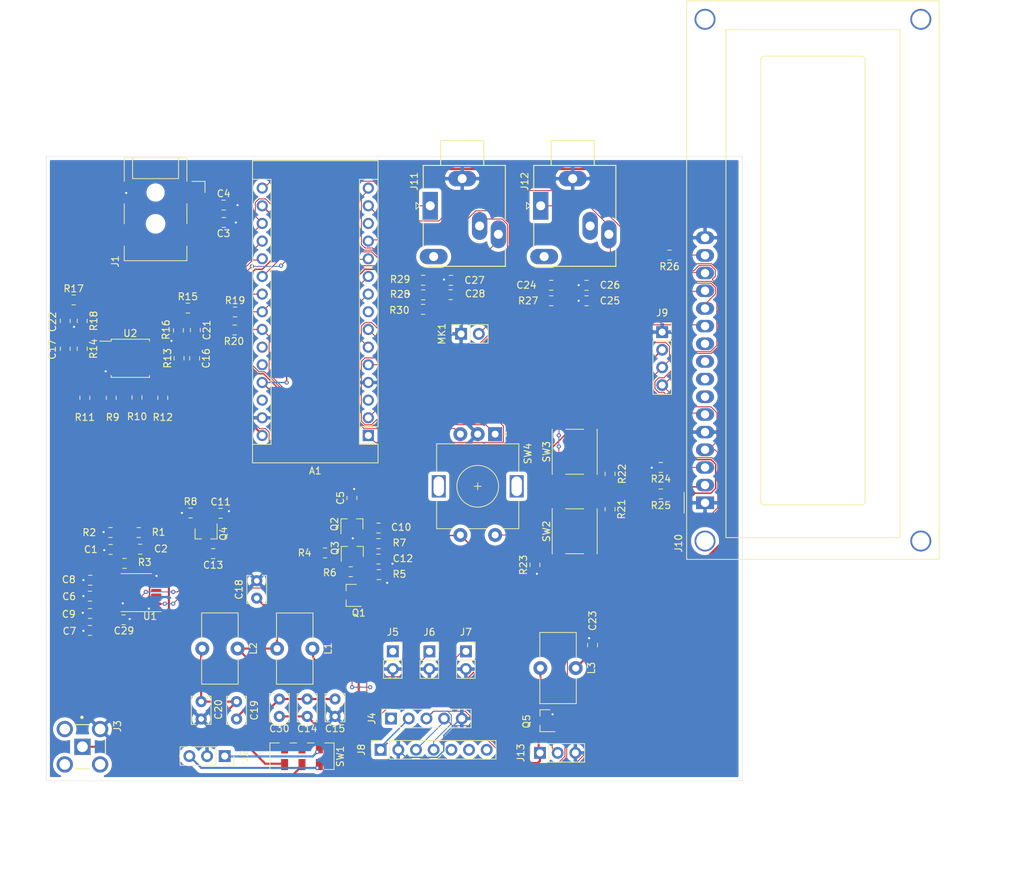
<source format=kicad_pcb>
(kicad_pcb (version 20171130) (host pcbnew 5.1.6+dfsg1-1)
  (layers (0 F.Cu signal) (31 B.Cu signal) (34 B.Paste user) (35 F.Paste user) (36 B.SilkS user) (37 F.SilkS user) (38 B.Mask user) (39 F.Mask user) (44 Edge.Cuts user))
  (net 0 "")
  (net 1 DIT)
  (net 2 DAH)
  (net 3 +12V)
  (net 4 SIG_OUT)
  (net 5 GND)
  (net 6 KEY_OUT)
  (net 7 "Net-(A1-Pad28)")
  (net 8 SIDETONE)
  (net 9 +5V)
  (net 10 RX)
  (net 11 "Net-(A1-Pad26)")
  (net 12 ROT_B)
  (net 13 "Net-(A1-Pad25)")
  (net 14 ROT_A)
  (net 15 SCL_3V3)
  (net 16 FREQCNT)
  (net 17 LCD_RS)
  (net 18 LCD_EN)
  (net 19 BUTTONS)
  (net 20 LCD_D7)
  (net 21 DVM)
  (net 22 LCD_D6)
  (net 23 AUDIO2)
  (net 24 AUDIO1)
  (net 25 "Net-(A1-Pad3)")
  (net 26 AREF)
  (net 27 LCD_D4)
  (net 28 +3V3)
  (net 29 LCD_D5)
  (net 30 "Net-(C1-Pad1)")
  (net 31 "Net-(C2-Pad2)")
  (net 32 demodIN)
  (net 33 180deg)
  (net 34 90deg)
  (net 35 270deg)
  (net 36 0deg)
  (net 37 "Net-(C10-Pad2)")
  (net 38 GateDrive)
  (net 39 "Net-(C12-Pad1)")
  (net 40 "Net-(C13-Pad2)")
  (net 41 RF)
  (net 42 "Net-(C14-Pad2)")
  (net 43 "Net-(C15-Pad2)")
  (net 44 "Net-(C16-Pad2)")
  (net 45 "Net-(C16-Pad1)")
  (net 46 "Net-(C17-Pad2)")
  (net 47 "Net-(C17-Pad1)")
  (net 48 "Net-(C18-Pad1)")
  (net 49 "Net-(C19-Pad1)")
  (net 50 "Net-(C24-Pad2)")
  (net 51 "Net-(C25-Pad1)")
  (net 52 "Net-(J1-Pad3)")
  (net 53 "Net-(J2-Pad3)")
  (net 54 "Net-(J2-Pad1)")
  (net 55 "Net-(J3-Pad1)")
  (net 56 "Net-(J4-Pad1)")
  (net 57 CLK0)
  (net 58 CLK1)
  (net 59 CLK2)
  (net 60 "Net-(J10-Pad15)")
  (net 61 "Net-(J10-Pad10)")
  (net 62 "Net-(J10-Pad9)")
  (net 63 "Net-(J10-Pad8)")
  (net 64 "Net-(J10-Pad7)")
  (net 65 "Net-(J10-Pad3)")
  (net 66 "Net-(J11-PadRN)")
  (net 67 "Net-(J11-PadTN)")
  (net 68 "Net-(J12-PadRN)")
  (net 69 "Net-(J12-PadTN)")
  (net 70 "Net-(Q1-Pad3)")
  (net 71 "Net-(Q1-Pad2)")
  (net 72 "Net-(R10-Pad2)")
  (net 73 "Net-(R11-Pad2)")
  (net 74 "Net-(R21-Pad2)")
  (net 75 "Net-(R22-Pad2)")
  (net 76 "Net-(U1-Pad7)")
  (net 77 "Net-(U1-Pad6)")
  (net 78 "Net-(U1-Pad5)")
  (net 79 "Net-(U1-Pad4)")
  (net 80 "Net-(U1-Pad3)")
  (module eec:Molex-73100-0114-0-0-0 (layer F.Cu) (at 90.34 138.26 270)
    (fp_text reference J3 (at -3.9 -9.25 90) (layer F.SilkS) (effects (justify right)))
    (fp_text value Antenna)
    (pad 5 thru_hole circle (at 2.54 -1.68 270) (size 2.34 2.34) (drill 1.54) (layers *.Cu))
    (pad 3 thru_hole circle (at 2.54 -6.76 270) (size 2.34 2.34) (drill 1.54) (layers *.Cu))
    (pad 4 thru_hole circle (at -2.54 -1.68 270) (size 2.34 2.34) (drill 1.54) (layers *.Cu))
    (pad 2 thru_hole circle (at -2.54 -6.76 270) (size 2.34 2.34) (drill 1.54) (layers *.Cu) (net 5 GND))
    (pad 1 thru_hole rect (at 0 -4.22 270) (size 2.34 2.34) (drill 1.54) (layers *.Cu) (net 55 "Net-(J3-Pad1)"))
  )
  (module Rotary_Encoder:RotaryEncoder_Alps_EC11E-Switch_Vertical_H20mm (layer F.Cu) (at 153.85 93.32 270)
    (fp_text reference SW4 (at 2.8 -4.7 90) (layer F.SilkS))
    (fp_text value "Rotary Encoder")
    (pad A thru_hole rect (at 0 0 270) (size 2 2) (drill 1) (layers *.Cu *.Mask) (net 14 ROT_A))
    (pad C thru_hole circle (at 0 2.5 270) (size 2 2) (drill 1) (layers *.Cu *.Mask) (net 5 GND))
    (pad B thru_hole circle (at 0 5 270) (size 2 2) (drill 1) (layers *.Cu *.Mask) (net 12 ROT_B))
    (pad MP thru_hole rect (at 7.5 -3.1 270) (size 3.2 2) (drill oval 2.8 1.5) (layers *.Cu *.Mask))
    (pad MP thru_hole rect (at 7.5 8.1 270) (size 3.2 2) (drill oval 2.8 1.5) (layers *.Cu *.Mask))
    (pad S2 thru_hole circle (at 14.5 0 270) (size 2 2) (drill 1) (layers *.Cu *.Mask) (net 19 BUTTONS))
    (pad S1 thru_hole circle (at 14.5 5 270) (size 2 2) (drill 1) (layers *.Cu *.Mask) (net 9 +5V))
  )
  (module Connector_PinSocket_2.54mm:PinSocket_1x04_P2.54mm_Vertical (layer F.Cu) (at 177.85 78.65)
    (fp_text reference J9 (at 0 -2.77) (layer F.SilkS))
    (fp_text value "SSD1306 OLED and I2C out")
    (pad 4 thru_hole oval (at 0 7.62) (size 1.7 1.7) (drill 1) (layers *.Cu *.Mask) (net 17 LCD_RS))
    (pad 3 thru_hole oval (at 0 5.08) (size 1.7 1.7) (drill 1) (layers *.Cu *.Mask) (net 15 SCL_3V3))
    (pad 2 thru_hole oval (at 0 2.54) (size 1.7 1.7) (drill 1) (layers *.Cu *.Mask) (net 28 +3V3))
    (pad 1 thru_hole rect (at 0 0) (size 1.7 1.7) (drill 1) (layers *.Cu *.Mask) (net 5 GND))
  )
  (module Display:WC1602A (layer F.Cu) (at 184.005 103.19 90)
    (fp_text reference J10 (at -5.82 -3.81 90) (layer F.SilkS))
    (fp_text value 1602LCD)
    (pad "" thru_hole circle (at 69.5 0 90) (size 3 3) (drill 2.5) (layers *.Cu *.Mask))
    (pad "" thru_hole circle (at 69.49948 31.0007 90) (size 3 3) (drill 2.5) (layers *.Cu *.Mask))
    (pad "" thru_hole circle (at -5.4991 31.0007 90) (size 3 3) (drill 2.5) (layers *.Cu *.Mask))
    (pad "" thru_hole circle (at -5.4991 0 90) (size 3 3) (drill 2.5) (layers *.Cu *.Mask))
    (pad 16 thru_hole oval (at 38.1 0 90) (size 1.8 2.6) (drill 1.2) (layers *.Cu *.Mask) (net 5 GND))
    (pad 15 thru_hole oval (at 35.56 0 90) (size 1.8 2.6) (drill 1.2) (layers *.Cu *.Mask) (net 60 "Net-(J10-Pad15)"))
    (pad 14 thru_hole oval (at 33.02 0 90) (size 1.8 2.6) (drill 1.2) (layers *.Cu *.Mask) (net 20 LCD_D7))
    (pad 13 thru_hole oval (at 30.48 0 90) (size 1.8 2.6) (drill 1.2) (layers *.Cu *.Mask) (net 22 LCD_D6))
    (pad 12 thru_hole oval (at 27.94 0 90) (size 1.8 2.6) (drill 1.2) (layers *.Cu *.Mask) (net 29 LCD_D5))
    (pad 11 thru_hole oval (at 25.4 0 90) (size 1.8 2.6) (drill 1.2) (layers *.Cu *.Mask) (net 27 LCD_D4))
    (pad 10 thru_hole oval (at 22.86 0 90) (size 1.8 2.6) (drill 1.2) (layers *.Cu *.Mask) (net 61 "Net-(J10-Pad10)"))
    (pad 9 thru_hole oval (at 20.32 0 90) (size 1.8 2.6) (drill 1.2) (layers *.Cu *.Mask) (net 62 "Net-(J10-Pad9)"))
    (pad 8 thru_hole oval (at 17.78 0 90) (size 1.8 2.6) (drill 1.2) (layers *.Cu *.Mask) (net 63 "Net-(J10-Pad8)"))
    (pad 7 thru_hole oval (at 15.24 0 90) (size 1.8 2.6) (drill 1.2) (layers *.Cu *.Mask) (net 64 "Net-(J10-Pad7)"))
    (pad 6 thru_hole oval (at 12.7 0 90) (size 1.8 2.6) (drill 1.2) (layers *.Cu *.Mask) (net 18 LCD_EN))
    (pad 5 thru_hole oval (at 10.16 0 90) (size 1.8 2.6) (drill 1.2) (layers *.Cu *.Mask) (net 5 GND))
    (pad 4 thru_hole oval (at 7.62 0 90) (size 1.8 2.6) (drill 1.2) (layers *.Cu *.Mask) (net 17 LCD_RS))
    (pad 3 thru_hole oval (at 5.08 0 90) (size 1.8 2.6) (drill 1.2) (layers *.Cu *.Mask) (net 65 "Net-(J10-Pad3)"))
    (pad 2 thru_hole oval (at 2.54 0 90) (size 1.8 2.6) (drill 1.2) (layers *.Cu *.Mask) (net 9 +5V))
    (pad 1 thru_hole rect (at 0 0 90) (size 1.8 2.6) (drill 1.2) (layers *.Cu *.Mask) (net 5 GND))
  )
  (module Package_SO:SOIC-8_5.275x5.275mm_P1.27mm (layer F.Cu) (at 101.4336 82.42)
    (fp_text reference U2 (at 0 -3.59) (layer F.SilkS))
    (fp_text value NE5532DR)
    (pad 8 smd roundrect (at 3.6 -1.905) (size 1.6 0.6) (layers F.Cu F.Paste F.Mask) (net 3 +12V))
    (pad 7 smd roundrect (at 3.6 -0.635) (size 1.6 0.6) (layers F.Cu F.Paste F.Mask) (net 45 "Net-(C16-Pad1)"))
    (pad 6 smd roundrect (at 3.6 0.635) (size 1.6 0.6) (layers F.Cu F.Paste F.Mask) (net 44 "Net-(C16-Pad2)"))
    (pad 5 smd roundrect (at 3.6 1.905) (size 1.6 0.6) (layers F.Cu F.Paste F.Mask) (net 72 "Net-(R10-Pad2)"))
    (pad 4 smd roundrect (at -3.6 1.905) (size 1.6 0.6) (layers F.Cu F.Paste F.Mask) (net 5 GND))
    (pad 3 smd roundrect (at -3.6 0.635) (size 1.6 0.6) (layers F.Cu F.Paste F.Mask) (net 73 "Net-(R11-Pad2)"))
    (pad 2 smd roundrect (at -3.6 -0.635) (size 1.6 0.6) (layers F.Cu F.Paste F.Mask) (net 46 "Net-(C17-Pad2)"))
    (pad 1 smd roundrect (at -3.6 -1.905) (size 1.6 0.6) (layers F.Cu F.Paste F.Mask) (net 47 "Net-(C17-Pad1)"))
  )
  (module Package_SO:TSSOP-16_4.4x5mm_P0.65mm (layer F.Cu) (at 102.2976 116.1036 180)
    (fp_text reference U1 (at -1.9812 -3.4036) (layer F.SilkS))
    (fp_text value SN74CBT3253PWR)
    (pad 16 smd roundrect (at 2.8625 -2.275 180) (size 1.475 0.4) (layers F.Cu F.Paste F.Mask) (net 9 +5V))
    (pad 15 smd roundrect (at 2.8625 -1.625 180) (size 1.475 0.4) (layers F.Cu F.Paste F.Mask) (net 5 GND))
    (pad 14 smd roundrect (at 2.8625 -0.975 180) (size 1.475 0.4) (layers F.Cu F.Paste F.Mask) (net 57 CLK0))
    (pad 13 smd roundrect (at 2.8625 -0.325 180) (size 1.475 0.4) (layers F.Cu F.Paste F.Mask) (net 34 90deg))
    (pad 12 smd roundrect (at 2.8625 0.325 180) (size 1.475 0.4) (layers F.Cu F.Paste F.Mask) (net 36 0deg))
    (pad 11 smd roundrect (at 2.8625 0.975 180) (size 1.475 0.4) (layers F.Cu F.Paste F.Mask) (net 33 180deg))
    (pad 10 smd roundrect (at 2.8625 1.625 180) (size 1.475 0.4) (layers F.Cu F.Paste F.Mask) (net 35 270deg))
    (pad 9 smd roundrect (at 2.8625 2.275 180) (size 1.475 0.4) (layers F.Cu F.Paste F.Mask) (net 31 "Net-(C2-Pad2)"))
    (pad 8 smd roundrect (at -2.8625 2.275 180) (size 1.475 0.4) (layers F.Cu F.Paste F.Mask) (net 5 GND))
    (pad 7 smd roundrect (at -2.8625 1.625 180) (size 1.475 0.4) (layers F.Cu F.Paste F.Mask) (net 76 "Net-(U1-Pad7)"))
    (pad 6 smd roundrect (at -2.8625 0.975 180) (size 1.475 0.4) (layers F.Cu F.Paste F.Mask) (net 77 "Net-(U1-Pad6)"))
    (pad 5 smd roundrect (at -2.8625 0.325 180) (size 1.475 0.4) (layers F.Cu F.Paste F.Mask) (net 78 "Net-(U1-Pad5)"))
    (pad 4 smd roundrect (at -2.8625 -0.325 180) (size 1.475 0.4) (layers F.Cu F.Paste F.Mask) (net 79 "Net-(U1-Pad4)"))
    (pad 3 smd roundrect (at -2.8625 -0.975 180) (size 1.475 0.4) (layers F.Cu F.Paste F.Mask) (net 80 "Net-(U1-Pad3)"))
    (pad 2 smd roundrect (at -2.8625 -1.625 180) (size 1.475 0.4) (layers F.Cu F.Paste F.Mask) (net 58 CLK1))
    (pad 1 smd roundrect (at -2.8625 -2.275 180) (size 1.475 0.4) (layers F.Cu F.Paste F.Mask) (net 5 GND))
  )
  (module Button_Switch_SMD:SW_Push_1P1T_NO_6x6mm_H9.5mm (layer F.Cu) (at 165.28 95.86 90)
    (fp_text reference SW3 (at 0 -4.05 90) (layer F.SilkS))
    (fp_text value R)
    (pad 2 smd rect (at 3.975 2.25 90) (size 1.55 1.3) (layers F.Cu F.Paste F.Mask) (net 75 "Net-(R22-Pad2)"))
    (pad 1 smd rect (at 3.975 -2.25 90) (size 1.55 1.3) (layers F.Cu F.Paste F.Mask) (net 19 BUTTONS))
    (pad 1 smd rect (at -3.975 -2.25 90) (size 1.55 1.3) (layers F.Cu F.Paste F.Mask) (net 19 BUTTONS))
    (pad 2 smd rect (at -3.975 2.25 90) (size 1.55 1.3) (layers F.Cu F.Paste F.Mask) (net 75 "Net-(R22-Pad2)"))
  )
  (module Button_Switch_SMD:SW_Push_1P1T_NO_6x6mm_H9.5mm (layer F.Cu) (at 165.28 107.29 90)
    (fp_text reference SW2 (at 0 -4.05 90) (layer F.SilkS))
    (fp_text value L)
    (pad 2 smd rect (at 3.975 2.25 90) (size 1.55 1.3) (layers F.Cu F.Paste F.Mask) (net 74 "Net-(R21-Pad2)"))
    (pad 1 smd rect (at 3.975 -2.25 90) (size 1.55 1.3) (layers F.Cu F.Paste F.Mask) (net 19 BUTTONS))
    (pad 1 smd rect (at -3.975 -2.25 90) (size 1.55 1.3) (layers F.Cu F.Paste F.Mask) (net 19 BUTTONS))
    (pad 2 smd rect (at -3.975 2.25 90) (size 1.55 1.3) (layers F.Cu F.Paste F.Mask) (net 74 "Net-(R21-Pad2)"))
  )
  (module Button_Switch_SMD:SW_DPDT_CK_JS202011JCQN (layer F.Cu) (at 126.1 139.62)
    (fp_text reference SW1 (at 5.5 0.03 90) (layer F.SilkS))
    (fp_text value SW_DPDT_x2)
    (pad 3 smd rect (at 2.5 -1.2) (size 1 1.6) (layers F.Cu F.Paste F.Mask) (net 54 "Net-(J2-Pad1)"))
    (pad 2 smd rect (at 0 -1.2) (size 1 1.6) (layers F.Cu F.Paste F.Mask) (net 41 RF))
    (pad 1 smd rect (at -2.5 -1.2) (size 1 1.6) (layers F.Cu F.Paste F.Mask) (net 42 "Net-(C14-Pad2)"))
    (pad 6 smd rect (at 2.5 1.2) (size 1 1.6) (layers F.Cu F.Paste F.Mask) (net 53 "Net-(J2-Pad3)"))
    (pad 5 smd rect (at 0 1.2) (size 1 1.6) (layers F.Cu F.Paste F.Mask) (net 55 "Net-(J3-Pad1)"))
    (pad 4 smd rect (at -2.5 1.2) (size 1 1.6) (layers F.Cu F.Paste F.Mask) (net 49 "Net-(C19-Pad1)"))
  )
  (module Resistor_SMD:R_0805_2012Metric_Pad1.15x1.40mm_HandSolder (layer F.Cu) (at 143.5 75.3826 180)
    (fp_text reference R30 (at 3.4036 -0.127) (layer F.SilkS))
    (fp_text value 10k)
    (pad 2 smd roundrect (at 1.025 0 180) (size 1.15 1.4) (layers F.Cu F.Paste F.Mask) (roundrect_rratio 0.217391) (net 9 +5V))
    (pad 1 smd roundrect (at -1.025 0 180) (size 1.15 1.4) (layers F.Cu F.Paste F.Mask) (roundrect_rratio 0.217391) (net 2 DAH))
  )
  (module Resistor_SMD:R_0805_2012Metric_Pad1.15x1.40mm_HandSolder (layer F.Cu) (at 143.525 73.3)
    (fp_text reference R29 (at -3.3274 -2.2352) (layer F.SilkS))
    (fp_text value 10k)
    (pad 2 smd roundrect (at 1.025 0) (size 1.15 1.4) (layers F.Cu F.Paste F.Mask) (roundrect_rratio 0.217391) (net 21 DVM))
    (pad 1 smd roundrect (at -1.025 0) (size 1.15 1.4) (layers F.Cu F.Paste F.Mask) (roundrect_rratio 0.217391) (net 5 GND))
  )
  (module Resistor_SMD:R_0805_2012Metric_Pad1.15x1.40mm_HandSolder (layer F.Cu) (at 143.5 71.2 180)
    (fp_text reference R28 (at 3.302 -2.0066) (layer F.SilkS))
    (fp_text value 10k)
    (pad 2 smd roundrect (at 1.025 0 180) (size 1.15 1.4) (layers F.Cu F.Paste F.Mask) (roundrect_rratio 0.217391) (net 26 AREF))
    (pad 1 smd roundrect (at -1.025 0 180) (size 1.15 1.4) (layers F.Cu F.Paste F.Mask) (roundrect_rratio 0.217391) (net 21 DVM))
  )
  (module Resistor_SMD:R_0805_2012Metric_Pad1.15x1.40mm_HandSolder (layer F.Cu) (at 161.91 74.15 180)
    (fp_text reference R27 (at 3.31 0) (layer F.SilkS))
    (fp_text value 270R)
    (pad 2 smd roundrect (at 1.025 0 180) (size 1.15 1.4) (layers F.Cu F.Paste F.Mask) (roundrect_rratio 0.217391) (net 50 "Net-(C24-Pad2)"))
    (pad 1 smd roundrect (at -1.025 0 180) (size 1.15 1.4) (layers F.Cu F.Paste F.Mask) (roundrect_rratio 0.217391) (net 51 "Net-(C25-Pad1)"))
  )
  (module Resistor_SMD:R_0805_2012Metric_Pad1.15x1.40mm_HandSolder (layer F.Cu) (at 178.8996 67.5792 180)
    (fp_text reference R26 (at 0 -1.65) (layer F.SilkS))
    (fp_text value 1k)
    (pad 2 smd roundrect (at 1.025 0 180) (size 1.15 1.4) (layers F.Cu F.Paste F.Mask) (roundrect_rratio 0.217391) (net 3 +12V))
    (pad 1 smd roundrect (at -1.025 0 180) (size 1.15 1.4) (layers F.Cu F.Paste F.Mask) (roundrect_rratio 0.217391) (net 60 "Net-(J10-Pad15)"))
  )
  (module Resistor_SMD:R_0805_2012Metric_Pad1.15x1.40mm_HandSolder (layer F.Cu) (at 177.655 101.92 180)
    (fp_text reference R25 (at 0 -1.65) (layer F.SilkS))
    (fp_text value 1k)
    (pad 2 smd roundrect (at 1.025 0 180) (size 1.15 1.4) (layers F.Cu F.Paste F.Mask) (roundrect_rratio 0.217391) (net 65 "Net-(J10-Pad3)"))
    (pad 1 smd roundrect (at -1.025 0 180) (size 1.15 1.4) (layers F.Cu F.Paste F.Mask) (roundrect_rratio 0.217391) (net 9 +5V))
  )
  (module Resistor_SMD:R_0805_2012Metric_Pad1.15x1.40mm_HandSolder (layer F.Cu) (at 177.655 98.11 180)
    (fp_text reference R24 (at 0 -1.65) (layer F.SilkS))
    (fp_text value 1k)
    (pad 2 smd roundrect (at 1.025 0 180) (size 1.15 1.4) (layers F.Cu F.Paste F.Mask) (roundrect_rratio 0.217391) (net 5 GND))
    (pad 1 smd roundrect (at -1.025 0 180) (size 1.15 1.4) (layers F.Cu F.Paste F.Mask) (roundrect_rratio 0.217391) (net 65 "Net-(J10-Pad3)"))
  )
  (module Resistor_SMD:R_0805_2012Metric_Pad1.15x1.40mm_HandSolder (layer F.Cu) (at 159.565 112.125 90)
    (fp_text reference R23 (at 0 -1.65 90) (layer F.SilkS))
    (fp_text value 10k)
    (pad 2 smd roundrect (at 1.025 0 90) (size 1.15 1.4) (layers F.Cu F.Paste F.Mask) (roundrect_rratio 0.217391) (net 19 BUTTONS))
    (pad 1 smd roundrect (at -1.025 0 90) (size 1.15 1.4) (layers F.Cu F.Paste F.Mask) (roundrect_rratio 0.217391) (net 5 GND))
  )
  (module Resistor_SMD:R_0805_2012Metric_Pad1.15x1.40mm_HandSolder (layer F.Cu) (at 170.36 99.035 90)
    (fp_text reference R22 (at 0 1.74 90) (layer F.SilkS))
    (fp_text value 1k)
    (pad 2 smd roundrect (at 1.025 0 90) (size 1.15 1.4) (layers F.Cu F.Paste F.Mask) (roundrect_rratio 0.217391) (net 75 "Net-(R22-Pad2)"))
    (pad 1 smd roundrect (at -1.025 0 90) (size 1.15 1.4) (layers F.Cu F.Paste F.Mask) (roundrect_rratio 0.217391) (net 9 +5V))
  )
  (module Resistor_SMD:R_0805_2012Metric_Pad1.15x1.40mm_HandSolder (layer F.Cu) (at 170.36 104.115 270)
    (fp_text reference R21 (at 0 -1.65 90) (layer F.SilkS))
    (fp_text value 3k3)
    (pad 2 smd roundrect (at 1.025 0 270) (size 1.15 1.4) (layers F.Cu F.Paste F.Mask) (roundrect_rratio 0.217391) (net 74 "Net-(R21-Pad2)"))
    (pad 1 smd roundrect (at -1.025 0 270) (size 1.15 1.4) (layers F.Cu F.Paste F.Mask) (roundrect_rratio 0.217391) (net 9 +5V))
  )
  (module Resistor_SMD:R_0805_2012Metric_Pad1.15x1.40mm_HandSolder (layer F.Cu) (at 116.4276 78.3512)
    (fp_text reference R20 (at -0.1016 1.6256) (layer F.SilkS))
    (fp_text value 1k)
    (pad 2 smd roundrect (at 1.025 0) (size 1.15 1.4) (layers F.Cu F.Paste F.Mask) (roundrect_rratio 0.217391) (net 15 SCL_3V3))
    (pad 1 smd roundrect (at -1.025 0) (size 1.15 1.4) (layers F.Cu F.Paste F.Mask) (roundrect_rratio 0.217391) (net 28 +3V3))
  )
  (module Resistor_SMD:R_0805_2012Metric_Pad1.15x1.40mm_HandSolder (layer F.Cu) (at 116.4784 75.7604)
    (fp_text reference R19 (at 0 -1.65) (layer F.SilkS))
    (fp_text value 1k)
    (pad 2 smd roundrect (at 1.025 0) (size 1.15 1.4) (layers F.Cu F.Paste F.Mask) (roundrect_rratio 0.217391) (net 17 LCD_RS))
    (pad 1 smd roundrect (at -1.025 0) (size 1.15 1.4) (layers F.Cu F.Paste F.Mask) (roundrect_rratio 0.217391) (net 28 +3V3))
  )
  (module Resistor_SMD:R_0805_2012Metric_Pad1.15x1.40mm_HandSolder (layer F.Cu) (at 94.5248 77.0442 270)
    (fp_text reference R18 (at 0 -1.65 90) (layer F.SilkS))
    (fp_text value 10k)
    (pad 2 smd roundrect (at 1.025 0 270) (size 1.15 1.4) (layers F.Cu F.Paste F.Mask) (roundrect_rratio 0.217391) (net 5 GND))
    (pad 1 smd roundrect (at -1.025 0 270) (size 1.15 1.4) (layers F.Cu F.Paste F.Mask) (roundrect_rratio 0.217391) (net 23 AUDIO2))
  )
  (module Resistor_SMD:R_0805_2012Metric_Pad1.15x1.40mm_HandSolder (layer F.Cu) (at 93.3056 74.038 180)
    (fp_text reference R17 (at 0.009 1.6256) (layer F.SilkS))
    (fp_text value 10k)
    (pad 2 smd roundrect (at 1.025 0 180) (size 1.15 1.4) (layers F.Cu F.Paste F.Mask) (roundrect_rratio 0.217391) (net 23 AUDIO2))
    (pad 1 smd roundrect (at -1.025 0 180) (size 1.15 1.4) (layers F.Cu F.Paste F.Mask) (roundrect_rratio 0.217391) (net 26 AREF))
  )
  (module Resistor_SMD:R_0805_2012Metric_Pad1.15x1.40mm_HandSolder (layer F.Cu) (at 108.3424 78.4068 270)
    (fp_text reference R16 (at -0.1016 1.778 90) (layer F.SilkS))
    (fp_text value 10k)
    (pad 2 smd roundrect (at 1.025 0 270) (size 1.15 1.4) (layers F.Cu F.Paste F.Mask) (roundrect_rratio 0.217391) (net 5 GND))
    (pad 1 smd roundrect (at -1.025 0 270) (size 1.15 1.4) (layers F.Cu F.Paste F.Mask) (roundrect_rratio 0.217391) (net 24 AUDIO1))
  )
  (module Resistor_SMD:R_0805_2012Metric_Pad1.15x1.40mm_HandSolder (layer F.Cu) (at 109.705 75.2064)
    (fp_text reference R15 (at 0 -1.65) (layer F.SilkS))
    (fp_text value 10k)
    (pad 2 smd roundrect (at 1.025 0) (size 1.15 1.4) (layers F.Cu F.Paste F.Mask) (roundrect_rratio 0.217391) (net 24 AUDIO1))
    (pad 1 smd roundrect (at -1.025 0) (size 1.15 1.4) (layers F.Cu F.Paste F.Mask) (roundrect_rratio 0.217391) (net 26 AREF))
  )
  (module Resistor_SMD:R_0805_2012Metric_Pad1.15x1.40mm_HandSolder (layer F.Cu) (at 94.5248 81.0484 90)
    (fp_text reference R14 (at 0 1.6256 90) (layer F.SilkS))
    (fp_text value 82k)
    (pad 2 smd roundrect (at 1.025 0 90) (size 1.15 1.4) (layers F.Cu F.Paste F.Mask) (roundrect_rratio 0.217391) (net 47 "Net-(C17-Pad1)"))
    (pad 1 smd roundrect (at -1.025 0 90) (size 1.15 1.4) (layers F.Cu F.Paste F.Mask) (roundrect_rratio 0.217391) (net 46 "Net-(C17-Pad2)"))
  )
  (module Resistor_SMD:R_0805_2012Metric_Pad1.15x1.40mm_HandSolder (layer F.Cu) (at 108.444 82.42 90)
    (fp_text reference R13 (at 0 -1.65 90) (layer F.SilkS))
    (fp_text value 82k)
    (pad 2 smd roundrect (at 1.025 0 90) (size 1.15 1.4) (layers F.Cu F.Paste F.Mask) (roundrect_rratio 0.217391) (net 45 "Net-(C16-Pad1)"))
    (pad 1 smd roundrect (at -1.025 0 90) (size 1.15 1.4) (layers F.Cu F.Paste F.Mask) (roundrect_rratio 0.217391) (net 44 "Net-(C16-Pad2)"))
  )
  (module Resistor_SMD:R_0805_2012Metric_Pad1.15x1.40mm_HandSolder (layer F.Cu) (at 106.1 88.1 90)
    (fp_text reference R12 (at -2.8 0 180) (layer F.SilkS))
    (fp_text value 100R)
    (pad 2 smd roundrect (at 1.025 0 90) (size 1.15 1.4) (layers F.Cu F.Paste F.Mask) (roundrect_rratio 0.217391) (net 46 "Net-(C17-Pad2)"))
    (pad 1 smd roundrect (at -1.025 0 90) (size 1.15 1.4) (layers F.Cu F.Paste F.Mask) (roundrect_rratio 0.217391) (net 35 270deg))
  )
  (module Resistor_SMD:R_0805_2012Metric_Pad1.15x1.40mm_HandSolder (layer F.Cu) (at 94.9 88.1 90)
    (fp_text reference R11 (at -2.8 0 180) (layer F.SilkS))
    (fp_text value 100R)
    (pad 2 smd roundrect (at 1.025 0 90) (size 1.15 1.4) (layers F.Cu F.Paste F.Mask) (roundrect_rratio 0.217391) (net 73 "Net-(R11-Pad2)"))
    (pad 1 smd roundrect (at -1.025 0 90) (size 1.15 1.4) (layers F.Cu F.Paste F.Mask) (roundrect_rratio 0.217391) (net 34 90deg))
  )
  (module Resistor_SMD:R_0805_2012Metric_Pad1.15x1.40mm_HandSolder (layer F.Cu) (at 102.4 88.05 90)
    (fp_text reference R10 (at -2.75 0 180) (layer F.SilkS))
    (fp_text value 100R)
    (pad 2 smd roundrect (at 1.025 0 90) (size 1.15 1.4) (layers F.Cu F.Paste F.Mask) (roundrect_rratio 0.217391) (net 72 "Net-(R10-Pad2)"))
    (pad 1 smd roundrect (at -1.025 0 90) (size 1.15 1.4) (layers F.Cu F.Paste F.Mask) (roundrect_rratio 0.217391) (net 33 180deg))
  )
  (module Resistor_SMD:R_0805_2012Metric_Pad1.15x1.40mm_HandSolder (layer F.Cu) (at 98.7 88.1 90)
    (fp_text reference R9 (at -2.8 0.2 180) (layer F.SilkS))
    (fp_text value 100R)
    (pad 2 smd roundrect (at 1.025 0 90) (size 1.15 1.4) (layers F.Cu F.Paste F.Mask) (roundrect_rratio 0.217391) (net 44 "Net-(C16-Pad2)"))
    (pad 1 smd roundrect (at -1.025 0 90) (size 1.15 1.4) (layers F.Cu F.Paste F.Mask) (roundrect_rratio 0.217391) (net 36 0deg))
  )
  (module Resistor_SMD:R_0805_2012Metric_Pad1.15x1.40mm_HandSolder (layer F.Cu) (at 110.0908 104.6584)
    (fp_text reference R8 (at 0 -1.65) (layer F.SilkS))
    (fp_text value 1k)
    (pad 2 smd roundrect (at 1.025 0) (size 1.15 1.4) (layers F.Cu F.Paste F.Mask) (roundrect_rratio 0.217391) (net 32 demodIN))
    (pad 1 smd roundrect (at -1.025 0) (size 1.15 1.4) (layers F.Cu F.Paste F.Mask) (roundrect_rratio 0.217391) (net 5 GND))
  )
  (module Resistor_SMD:R_0805_2012Metric_Pad1.15x1.40mm_HandSolder (layer F.Cu) (at 137.0934 109.0556)
    (fp_text reference R7 (at 3.0066 -0.1056) (layer F.SilkS))
    (fp_text value 10k)
    (pad 2 smd roundrect (at 1.025 0) (size 1.15 1.4) (layers F.Cu F.Paste F.Mask) (roundrect_rratio 0.217391) (net 38 GateDrive))
    (pad 1 smd roundrect (at -1.025 0) (size 1.15 1.4) (layers F.Cu F.Paste F.Mask) (roundrect_rratio 0.217391) (net 39 "Net-(C12-Pad1)"))
  )
  (module Resistor_SMD:R_0805_2012Metric_Pad1.15x1.40mm_HandSolder (layer F.Cu) (at 133.1 113.1 180)
    (fp_text reference R6 (at 3.0066 -0.1416) (layer F.SilkS))
    (fp_text value 10k)
    (pad 2 smd roundrect (at 1.025 0 180) (size 1.15 1.4) (layers F.Cu F.Paste F.Mask) (roundrect_rratio 0.217391) (net 4 SIG_OUT))
    (pad 1 smd roundrect (at -1.025 0 180) (size 1.15 1.4) (layers F.Cu F.Paste F.Mask) (roundrect_rratio 0.217391) (net 39 "Net-(C12-Pad1)"))
  )
  (module Resistor_SMD:R_0805_2012Metric_Pad1.15x1.40mm_HandSolder (layer F.Cu) (at 137.1442 113.5152 180)
    (fp_text reference R5 (at -2.9558 0.0652) (layer F.SilkS))
    (fp_text value 22R)
    (pad 2 smd roundrect (at 1.025 0 180) (size 1.15 1.4) (layers F.Cu F.Paste F.Mask) (roundrect_rratio 0.217391) (net 71 "Net-(Q1-Pad2)"))
    (pad 1 smd roundrect (at -1.025 0 180) (size 1.15 1.4) (layers F.Cu F.Paste F.Mask) (roundrect_rratio 0.217391) (net 5 GND))
  )
  (module Resistor_SMD:R_0805_2012Metric_Pad1.15x1.40mm_HandSolder (layer F.Cu) (at 129.4 110.4 180)
    (fp_text reference R4 (at 2.9202 0.0092) (layer F.SilkS))
    (fp_text value 47R)
    (pad 2 smd roundrect (at 1.025 0 180) (size 1.15 1.4) (layers F.Cu F.Paste F.Mask) (roundrect_rratio 0.217391) (net 3 +12V))
    (pad 1 smd roundrect (at -1.025 0 180) (size 1.15 1.4) (layers F.Cu F.Paste F.Mask) (roundrect_rratio 0.217391) (net 70 "Net-(Q1-Pad3)"))
  )
  (module Resistor_SMD:R_0805_2012Metric_Pad1.15x1.40mm_HandSolder (layer F.Cu) (at 100.6 111.9)
    (fp_text reference R3 (at 2.9046 -0.1524) (layer F.SilkS))
    (fp_text value 1k)
    (pad 2 smd roundrect (at 1.025 0) (size 1.15 1.4) (layers F.Cu F.Paste F.Mask) (roundrect_rratio 0.217391) (net 31 "Net-(C2-Pad2)"))
    (pad 1 smd roundrect (at -1.025 0) (size 1.15 1.4) (layers F.Cu F.Paste F.Mask) (roundrect_rratio 0.217391) (net 30 "Net-(C1-Pad1)"))
  )
  (module Resistor_SMD:R_0805_2012Metric_Pad1.15x1.40mm_HandSolder (layer F.Cu) (at 98.5892 107.4676 180)
    (fp_text reference R2 (at 3.048 0) (layer F.SilkS))
    (fp_text value 10k)
    (pad 2 smd roundrect (at 1.025 0 180) (size 1.15 1.4) (layers F.Cu F.Paste F.Mask) (roundrect_rratio 0.217391) (net 5 GND))
    (pad 1 smd roundrect (at -1.025 0 180) (size 1.15 1.4) (layers F.Cu F.Paste F.Mask) (roundrect_rratio 0.217391) (net 30 "Net-(C1-Pad1)"))
  )
  (module Resistor_SMD:R_0805_2012Metric_Pad1.15x1.40mm_HandSolder (layer F.Cu) (at 102.6532 107.4676 180)
    (fp_text reference R1 (at -2.8448 0.0508) (layer F.SilkS))
    (fp_text value 10k)
    (pad 2 smd roundrect (at 1.025 0 180) (size 1.15 1.4) (layers F.Cu F.Paste F.Mask) (roundrect_rratio 0.217391) (net 30 "Net-(C1-Pad1)"))
    (pad 1 smd roundrect (at -1.025 0 180) (size 1.15 1.4) (layers F.Cu F.Paste F.Mask) (roundrect_rratio 0.217391) (net 9 +5V))
  )
  (module Package_TO_SOT_SMD:SOT-23 (layer F.Cu) (at 161.0576 134.5192 180)
    (fp_text reference Q5 (at 2.6924 -0.1016 270) (layer F.SilkS))
    (fp_text value IRLML2060)
    (pad 3 smd rect (at 1 0 180) (size 0.9 0.8) (layers F.Cu F.Paste F.Mask) (net 41 RF))
    (pad 2 smd rect (at -1 0.95 180) (size 0.9 0.8) (layers F.Cu F.Paste F.Mask) (net 5 GND))
    (pad 1 smd rect (at -1 -0.95 180) (size 0.9 0.8) (layers F.Cu F.Paste F.Mask) (net 38 GateDrive))
  )
  (module Package_TO_SOT_SMD:SOT-23 (layer F.Cu) (at 112.326 107.6302 270)
    (fp_text reference Q4 (at 0 -2.5 90) (layer F.SilkS))
    (fp_text value 2N7002)
    (pad 3 smd rect (at 1 0 270) (size 0.9 0.8) (layers F.Cu F.Paste F.Mask) (net 40 "Net-(C13-Pad2)"))
    (pad 2 smd rect (at -1 0.95 270) (size 0.9 0.8) (layers F.Cu F.Paste F.Mask) (net 32 demodIN))
    (pad 1 smd rect (at -1 -0.95 270) (size 0.9 0.8) (layers F.Cu F.Paste F.Mask) (net 10 RX))
  )
  (module Package_TO_SOT_SMD:SOT-23 (layer F.Cu) (at 133.3252 110.224 90)
    (fp_text reference Q3 (at 0.524 -2.4752 90) (layer F.SilkS))
    (fp_text value S9012)
    (pad 3 smd rect (at 1 0 90) (size 0.9 0.8) (layers F.Cu F.Paste F.Mask) (net 5 GND))
    (pad 2 smd rect (at -1 0.95 90) (size 0.9 0.8) (layers F.Cu F.Paste F.Mask) (net 37 "Net-(C10-Pad2)"))
    (pad 1 smd rect (at -1 -0.95 90) (size 0.9 0.8) (layers F.Cu F.Paste F.Mask) (net 70 "Net-(Q1-Pad3)"))
  )
  (module Package_TO_SOT_SMD:SOT-23 (layer F.Cu) (at 133.2744 106.2616 90)
    (fp_text reference Q2 (at 0 -2.5 90) (layer F.SilkS))
    (fp_text value S9013)
    (pad 3 smd rect (at 1 0 90) (size 0.9 0.8) (layers F.Cu F.Paste F.Mask) (net 3 +12V))
    (pad 2 smd rect (at -1 0.95 90) (size 0.9 0.8) (layers F.Cu F.Paste F.Mask) (net 37 "Net-(C10-Pad2)"))
    (pad 1 smd rect (at -1 -0.95 90) (size 0.9 0.8) (layers F.Cu F.Paste F.Mask) (net 70 "Net-(Q1-Pad3)"))
  )
  (module Package_TO_SOT_SMD:SOT-23 (layer F.Cu) (at 133.2 116.5 180)
    (fp_text reference Q1 (at -1.0604 -2.526) (layer F.SilkS))
    (fp_text value S9013)
    (pad 3 smd rect (at 1 0 180) (size 0.9 0.8) (layers F.Cu F.Paste F.Mask) (net 70 "Net-(Q1-Pad3)"))
    (pad 2 smd rect (at -1 0.95 180) (size 0.9 0.8) (layers F.Cu F.Paste F.Mask) (net 71 "Net-(Q1-Pad2)"))
    (pad 1 smd rect (at -1 -0.95 180) (size 0.9 0.8) (layers F.Cu F.Paste F.Mask) (net 59 CLK2))
  )
  (module Connector_PinSocket_2.54mm:PinSocket_1x02_P2.54mm_Vertical (layer F.Cu) (at 148.965 78.91 90)
    (fp_text reference MK1 (at 0 -2.77 90) (layer F.SilkS))
    (fp_text value "Condenser Mic")
    (pad 2 thru_hole oval (at 0 2.54 90) (size 1.7 1.7) (drill 1) (layers *.Cu *.Mask) (net 66 "Net-(J11-PadRN)"))
    (pad 1 thru_hole rect (at 0 0 90) (size 1.7 1.7) (drill 1) (layers *.Cu *.Mask) (net 5 GND))
  )
  (module Inductor_THT:L_Toroid_Vertical_L10.0mm_W5.0mm_P5.08mm (layer F.Cu) (at 165.4264 126.95 270)
    (fp_text reference L3 (at 0 -2.25 90) (layer F.SilkS))
    (fp_text value 22T/FT37-43)
    (pad 2 thru_hole circle (at 0 5.08 270) (size 2 2) (drill 1) (layers *.Cu *.Mask) (net 41 RF))
    (pad 1 thru_hole circle (at 0 0 270) (size 2 2) (drill 1) (layers *.Cu *.Mask) (net 3 +12V))
  )
  (module Inductor_THT:L_Toroid_Vertical_L10.0mm_W5.0mm_P5.08mm (layer F.Cu) (at 116.85 124.1428 270)
    (fp_text reference L2 (at 0 -2.25 90) (layer F.SilkS))
    (fp_text value 8T/T37-6)
    (pad 2 thru_hole circle (at 0 5.08 270) (size 2 2) (drill 1) (layers *.Cu *.Mask) (net 49 "Net-(C19-Pad1)"))
    (pad 1 thru_hole circle (at 0 0 270) (size 2 2) (drill 1) (layers *.Cu *.Mask) (net 48 "Net-(C18-Pad1)"))
  )
  (module Inductor_THT:L_Toroid_Vertical_L10.0mm_W5.0mm_P5.08mm (layer F.Cu) (at 127.6 124.15 270)
    (fp_text reference L1 (at 0 -2.25 90) (layer F.SilkS))
    (fp_text value 12T/T37-6)
    (pad 2 thru_hole circle (at 0 5.08 270) (size 2 2) (drill 1) (layers *.Cu *.Mask) (net 48 "Net-(C18-Pad1)"))
    (pad 1 thru_hole circle (at 0 0 270) (size 2 2) (drill 1) (layers *.Cu *.Mask) (net 43 "Net-(C15-Pad2)"))
  )
  (module Connector_PinSocket_2.54mm:PinSocket_1x03_P2.54mm_Vertical (layer F.Cu) (at 160.2956 139.142 90)
    (fp_text reference J13 (at 0 -2.77 90) (layer F.SilkS))
    (fp_text value "PA MOSFETs")
    (pad 3 thru_hole oval (at 0 5.08 90) (size 1.7 1.7) (drill 1) (layers *.Cu *.Mask) (net 5 GND))
    (pad 2 thru_hole oval (at 0 2.54 90) (size 1.7 1.7) (drill 1) (layers *.Cu *.Mask) (net 38 GateDrive))
    (pad 1 thru_hole rect (at 0 0 90) (size 1.7 1.7) (drill 1) (layers *.Cu *.Mask) (net 41 RF))
  )
  (module Connector_Audio:Jack_3.5mm_Ledino_KB3SPRS_Horizontal (layer F.Cu) (at 160.395 60.495 270)
    (fp_text reference J12 (at -3.5 2.3 90) (layer F.SilkS))
    (fp_text value PJ-324M)
    (pad S thru_hole oval (at -3.9 -4.6 270) (size 2.2 4) (drill 1.3) (layers *.Cu *.Mask) (net 5 GND))
    (pad R thru_hole oval (at 4.1 -9.8 270) (size 4 2.2) (drill 1.3) (layers *.Cu *.Mask) (net 51 "Net-(C25-Pad1)"))
    (pad RN thru_hole oval (at 2.9 -7.1 270) (size 4 2.2) (drill 1.3) (layers *.Cu *.Mask) (net 68 "Net-(J12-PadRN)"))
    (pad TN thru_hole oval (at 7.3 -0.5) (size 4 2.2) (drill 1.3) (layers *.Cu *.Mask) (net 69 "Net-(J12-PadTN)"))
    (pad T thru_hole rect (at 0 0 270) (size 4 2.2) (drill 1.3) (layers *.Cu *.Mask) (net 51 "Net-(C25-Pad1)"))
  )
  (module Connector_Audio:Jack_3.5mm_Ledino_KB3SPRS_Horizontal (layer F.Cu) (at 144.52 60.495 270)
    (fp_text reference J11 (at -3.5 2.3 90) (layer F.SilkS))
    (fp_text value PJ-324M)
    (pad S thru_hole oval (at -3.9 -4.6 270) (size 2.2 4) (drill 1.3) (layers *.Cu *.Mask) (net 5 GND))
    (pad R thru_hole oval (at 4.1 -9.8 270) (size 4 2.2) (drill 1.3) (layers *.Cu *.Mask) (net 2 DAH))
    (pad RN thru_hole oval (at 2.9 -7.1 270) (size 4 2.2) (drill 1.3) (layers *.Cu *.Mask) (net 66 "Net-(J11-PadRN)"))
    (pad TN thru_hole oval (at 7.3 -0.5) (size 4 2.2) (drill 1.3) (layers *.Cu *.Mask) (net 67 "Net-(J11-PadTN)"))
    (pad T thru_hole rect (at 0 0 270) (size 4 2.2) (drill 1.3) (layers *.Cu *.Mask) (net 1 DIT))
  )
  (module Connector_PinSocket_2.54mm:PinSocket_1x07_P2.54mm_Vertical (layer F.Cu) (at 137.4 138.7 90)
    (fp_text reference J8 (at 0 -2.77 90) (layer F.SilkS))
    (fp_text value "Adafruit si5351")
    (pad 7 thru_hole oval (at 0 15.24 90) (size 1.7 1.7) (drill 1) (layers *.Cu *.Mask) (net 57 CLK0))
    (pad 6 thru_hole oval (at 0 12.7 90) (size 1.7 1.7) (drill 1) (layers *.Cu *.Mask) (net 58 CLK1))
    (pad 5 thru_hole oval (at 0 10.16 90) (size 1.7 1.7) (drill 1) (layers *.Cu *.Mask) (net 59 CLK2))
    (pad 4 thru_hole oval (at 0 7.62 90) (size 1.7 1.7) (drill 1) (layers *.Cu *.Mask) (net 15 SCL_3V3))
    (pad 3 thru_hole oval (at 0 5.08 90) (size 1.7 1.7) (drill 1) (layers *.Cu *.Mask) (net 17 LCD_RS))
    (pad 2 thru_hole oval (at 0 2.54 90) (size 1.7 1.7) (drill 1) (layers *.Cu *.Mask) (net 5 GND))
    (pad 1 thru_hole rect (at 0 0 90) (size 1.7 1.7) (drill 1) (layers *.Cu *.Mask) (net 28 +3V3))
  )
  (module Connector_PinSocket_2.54mm:PinSocket_1x02_P2.54mm_Vertical (layer F.Cu) (at 149.65 124.55)
    (fp_text reference J7 (at 0 -2.77) (layer F.SilkS))
    (fp_text value "EK CLK2")
    (pad 2 thru_hole oval (at 0 2.54) (size 1.7 1.7) (drill 1) (layers *.Cu *.Mask) (net 5 GND))
    (pad 1 thru_hole rect (at 0 0) (size 1.7 1.7) (drill 1) (layers *.Cu *.Mask) (net 59 CLK2))
  )
  (module Connector_PinSocket_2.54mm:PinSocket_1x02_P2.54mm_Vertical (layer F.Cu) (at 144.4 124.55)
    (fp_text reference J6 (at 0 -2.77) (layer F.SilkS))
    (fp_text value "EK CLK1")
    (pad 2 thru_hole oval (at 0 2.54) (size 1.7 1.7) (drill 1) (layers *.Cu *.Mask) (net 5 GND))
    (pad 1 thru_hole rect (at 0 0) (size 1.7 1.7) (drill 1) (layers *.Cu *.Mask) (net 58 CLK1))
  )
  (module Connector_PinSocket_2.54mm:PinSocket_1x02_P2.54mm_Vertical (layer F.Cu) (at 139.15 124.55)
    (fp_text reference J5 (at 0 -2.77) (layer F.SilkS))
    (fp_text value "EK CLK0")
    (pad 2 thru_hole oval (at 0 2.54) (size 1.7 1.7) (drill 1) (layers *.Cu *.Mask) (net 5 GND))
    (pad 1 thru_hole rect (at 0 0) (size 1.7 1.7) (drill 1) (layers *.Cu *.Mask) (net 57 CLK0))
  )
  (module Connector_PinSocket_2.54mm:PinSocket_1x05_P2.54mm_Vertical (layer F.Cu) (at 138.9 134.2 90)
    (fp_text reference J4 (at 0 -2.77 90) (layer F.SilkS))
    (fp_text value "Etherkit si5351")
    (pad 5 thru_hole oval (at 0 10.16 90) (size 1.7 1.7) (drill 1) (layers *.Cu *.Mask) (net 5 GND))
    (pad 4 thru_hole oval (at 0 7.62 90) (size 1.7 1.7) (drill 1) (layers *.Cu *.Mask) (net 17 LCD_RS))
    (pad 3 thru_hole oval (at 0 5.08 90) (size 1.7 1.7) (drill 1) (layers *.Cu *.Mask) (net 15 SCL_3V3))
    (pad 2 thru_hole oval (at 0 2.54 90) (size 1.7 1.7) (drill 1) (layers *.Cu *.Mask) (net 28 +3V3))
    (pad 1 thru_hole rect (at 0 0 90) (size 1.7 1.7) (drill 1) (layers *.Cu *.Mask) (net 56 "Net-(J4-Pad1)"))
  )
  (module Connector_PinSocket_2.54mm:PinSocket_1x03_P2.54mm_Vertical (layer F.Cu) (at 115 139.6 270)
    (fp_text reference J2 (at 0 -2.77 90) (layer F.SilkS))
    (fp_text value FilterConn)
    (pad 3 thru_hole oval (at 0 5.08 270) (size 1.7 1.7) (drill 1) (layers *.Cu *.Mask) (net 53 "Net-(J2-Pad3)"))
    (pad 2 thru_hole oval (at 0 2.54 270) (size 1.7 1.7) (drill 1) (layers *.Cu *.Mask) (net 5 GND))
    (pad 1 thru_hole rect (at 0 0 270) (size 1.7 1.7) (drill 1) (layers *.Cu *.Mask) (net 54 "Net-(J2-Pad1)"))
  )
  (module uSDX-x:BarrelJack_XKB_DC-005-5A-2.0-SMT_Horizontal (layer F.Cu) (at 110.865 58.59 270)
    (fp_text reference J1 (at 9.9 11.6 270) (layer F.SilkS))
    (fp_text value "DC Jack")
    (pad 2 smd rect (at 0 10.3) (size 2.4 2.8) (drill (offset -1.2 0)) (layers F.Cu F.Paste F.Mask) (net 5 GND))
    (pad 3 smd rect (at 6.1 10.3) (size 2.4 2.8) (drill (offset -1.2 0)) (layers F.Cu F.Paste F.Mask) (net 52 "Net-(J1-Pad3)"))
    (pad 1 smd rect (at 6.1 1.3) (size 2.4 2.8) (drill (offset 1.2 0)) (layers F.Cu F.Paste F.Mask) (net 3 +12V))
    (pad 1 smd rect (at 0 1.3) (size 2.4 2.8) (drill (offset 1.2 0)) (layers F.Cu F.Paste F.Mask) (net 3 +12V))
    (pad "" np_thru_hole circle (at 4.5 5.8) (size 1.8 1.8) (drill 1.8) (layers *.Cu *.Mask))
    (pad "" np_thru_hole circle (at 0 5.8) (size 1.6 1.6) (drill 1.6) (layers *.Cu *.Mask))
  )
  (module Capacitor_THT:C_Disc_D3.8mm_W2.6mm_P2.50mm (layer F.Cu) (at 122.85 131.4 270)
    (fp_text reference C30 (at 4.25 0 180) (layer F.SilkS))
    (fp_text value 200p)
    (pad 2 thru_hole circle (at 2.5 0 270) (size 1.6 1.6) (drill 0.8) (layers *.Cu *.Mask) (net 43 "Net-(C15-Pad2)"))
    (pad 1 thru_hole circle (at 0 0 270) (size 1.6 1.6) (drill 0.8) (layers *.Cu *.Mask) (net 42 "Net-(C14-Pad2)"))
  )
  (module Capacitor_SMD:C_0805_2012Metric_Pad1.15x1.40mm_HandSolder (layer F.Cu) (at 100.4688 120.0152)
    (fp_text reference C29 (at 0.0508 1.5748) (layer F.SilkS))
    (fp_text value 100n)
    (pad 2 smd roundrect (at 1.025 0) (size 1.15 1.4) (layers F.Cu F.Paste F.Mask) (roundrect_rratio 0.217391) (net 5 GND))
    (pad 1 smd roundrect (at -1.025 0) (size 1.15 1.4) (layers F.Cu F.Paste F.Mask) (roundrect_rratio 0.217391) (net 9 +5V))
  )
  (module Capacitor_SMD:C_0805_2012Metric_Pad1.15x1.40mm_HandSolder (layer F.Cu) (at 147.4614 73.2706 180)
    (fp_text reference C28 (at -3.5176 0.1308) (layer F.SilkS))
    (fp_text value 100n)
    (pad 2 smd roundrect (at 1.025 0 180) (size 1.15 1.4) (layers F.Cu F.Paste F.Mask) (roundrect_rratio 0.217391) (net 21 DVM))
    (pad 1 smd roundrect (at -1.025 0 180) (size 1.15 1.4) (layers F.Cu F.Paste F.Mask) (roundrect_rratio 0.217391) (net 2 DAH))
  )
  (module Capacitor_SMD:C_0805_2012Metric_Pad1.15x1.40mm_HandSolder (layer F.Cu) (at 147.4998 71.217)
    (fp_text reference C27 (at 3.4002 -0.017) (layer F.SilkS))
    (fp_text value 10n)
    (pad 2 smd roundrect (at 1.025 0) (size 1.15 1.4) (layers F.Cu F.Paste F.Mask) (roundrect_rratio 0.217391) (net 2 DAH))
    (pad 1 smd roundrect (at -1.025 0) (size 1.15 1.4) (layers F.Cu F.Paste F.Mask) (roundrect_rratio 0.217391) (net 5 GND))
  )
  (module Capacitor_SMD:C_0805_2012Metric_Pad1.15x1.40mm_HandSolder (layer F.Cu) (at 166.99 71.925 180)
    (fp_text reference C26 (at -3.36 0.025) (layer F.SilkS))
    (fp_text value 100n)
    (pad 2 smd roundrect (at 1.025 0 180) (size 1.15 1.4) (layers F.Cu F.Paste F.Mask) (roundrect_rratio 0.217391) (net 5 GND))
    (pad 1 smd roundrect (at -1.025 0 180) (size 1.15 1.4) (layers F.Cu F.Paste F.Mask) (roundrect_rratio 0.217391) (net 51 "Net-(C25-Pad1)"))
  )
  (module Capacitor_SMD:C_0805_2012Metric_Pad1.15x1.40mm_HandSolder (layer F.Cu) (at 166.99 74.15 180)
    (fp_text reference C25 (at -3.36 0) (layer F.SilkS))
    (fp_text value 100n)
    (pad 2 smd roundrect (at 1.025 0 180) (size 1.15 1.4) (layers F.Cu F.Paste F.Mask) (roundrect_rratio 0.217391) (net 5 GND))
    (pad 1 smd roundrect (at -1.025 0 180) (size 1.15 1.4) (layers F.Cu F.Paste F.Mask) (roundrect_rratio 0.217391) (net 51 "Net-(C25-Pad1)"))
  )
  (module Capacitor_SMD:C_0805_2012Metric_Pad1.15x1.40mm_HandSolder (layer F.Cu) (at 161.91 71.925)
    (fp_text reference C24 (at -3.56 -0.025) (layer F.SilkS))
    (fp_text value 10u)
    (pad 2 smd roundrect (at 1.025 0) (size 1.15 1.4) (layers F.Cu F.Paste F.Mask) (roundrect_rratio 0.217391) (net 50 "Net-(C24-Pad2)"))
    (pad 1 smd roundrect (at -1.025 0) (size 1.15 1.4) (layers F.Cu F.Paste F.Mask) (roundrect_rratio 0.217391) (net 8 SIDETONE))
  )
  (module Capacitor_SMD:C_0805_2012Metric_Pad1.15x1.40mm_HandSolder (layer F.Cu) (at 167.85 123.65 90)
    (fp_text reference C23 (at 3.5 0 90) (layer F.SilkS))
    (fp_text value 100n)
    (pad 2 smd roundrect (at 1.025 0 90) (size 1.15 1.4) (layers F.Cu F.Paste F.Mask) (roundrect_rratio 0.217391) (net 5 GND))
    (pad 1 smd roundrect (at -1.025 0 90) (size 1.15 1.4) (layers F.Cu F.Paste F.Mask) (roundrect_rratio 0.217391) (net 3 +12V))
  )
  (module Capacitor_SMD:C_0805_2012Metric_Pad1.15x1.40mm_HandSolder (layer F.Cu) (at 92.0864 77.0442 270)
    (fp_text reference C22 (at 0.1434 1.8288 90) (layer F.SilkS))
    (fp_text value 100n)
    (pad 2 smd roundrect (at 1.025 0 270) (size 1.15 1.4) (layers F.Cu F.Paste F.Mask) (roundrect_rratio 0.217391) (net 47 "Net-(C17-Pad1)"))
    (pad 1 smd roundrect (at -1.025 0 270) (size 1.15 1.4) (layers F.Cu F.Paste F.Mask) (roundrect_rratio 0.217391) (net 23 AUDIO2))
  )
  (module Capacitor_SMD:C_0805_2012Metric_Pad1.15x1.40mm_HandSolder (layer F.Cu) (at 110.7808 78.365 270)
    (fp_text reference C21 (at 0 -1.65 90) (layer F.SilkS))
    (fp_text value 100n)
    (pad 2 smd roundrect (at 1.025 0 270) (size 1.15 1.4) (layers F.Cu F.Paste F.Mask) (roundrect_rratio 0.217391) (net 45 "Net-(C16-Pad1)"))
    (pad 1 smd roundrect (at -1.025 0 270) (size 1.15 1.4) (layers F.Cu F.Paste F.Mask) (roundrect_rratio 0.217391) (net 24 AUDIO1))
  )
  (module Capacitor_THT:C_Disc_D3.8mm_W2.6mm_P2.50mm (layer F.Cu) (at 111.6166 131.7734 270)
    (fp_text reference C20 (at 1.1266 -2.4834 90) (layer F.SilkS))
    (fp_text value 220p)
    (pad 2 thru_hole circle (at 2.5 0 270) (size 1.6 1.6) (drill 0.8) (layers *.Cu *.Mask) (net 5 GND))
    (pad 1 thru_hole circle (at 0 0 270) (size 1.6 1.6) (drill 0.8) (layers *.Cu *.Mask) (net 49 "Net-(C19-Pad1)"))
  )
  (module Capacitor_THT:C_Disc_D3.8mm_W2.6mm_P2.50mm (layer F.Cu) (at 116.6966 131.7734 270)
    (fp_text reference C19 (at 1.25 -2.55 90) (layer F.SilkS))
    (fp_text value 82p)
    (pad 2 thru_hole circle (at 2.5 0 270) (size 1.6 1.6) (drill 0.8) (layers *.Cu *.Mask) (net 48 "Net-(C18-Pad1)"))
    (pad 1 thru_hole circle (at 0 0 270) (size 1.6 1.6) (drill 0.8) (layers *.Cu *.Mask) (net 49 "Net-(C19-Pad1)"))
  )
  (module Capacitor_THT:C_Disc_D3.8mm_W2.6mm_P2.50mm (layer F.Cu) (at 119.6 116.9 90)
    (fp_text reference C18 (at 1.25 -2.55 90) (layer F.SilkS))
    (fp_text value 240p)
    (pad 2 thru_hole circle (at 2.5 0 90) (size 1.6 1.6) (drill 0.8) (layers *.Cu *.Mask) (net 5 GND))
    (pad 1 thru_hole circle (at 0 0 90) (size 1.6 1.6) (drill 0.8) (layers *.Cu *.Mask) (net 48 "Net-(C18-Pad1)"))
  )
  (module Capacitor_SMD:C_0805_2012Metric_Pad1.15x1.40mm_HandSolder (layer F.Cu) (at 92.0864 81.0484 270)
    (fp_text reference C17 (at 0.1016 1.8796 90) (layer F.SilkS))
    (fp_text value 1n)
    (pad 2 smd roundrect (at 1.025 0 270) (size 1.15 1.4) (layers F.Cu F.Paste F.Mask) (roundrect_rratio 0.217391) (net 46 "Net-(C17-Pad2)"))
    (pad 1 smd roundrect (at -1.025 0 270) (size 1.15 1.4) (layers F.Cu F.Paste F.Mask) (roundrect_rratio 0.217391) (net 47 "Net-(C17-Pad1)"))
  )
  (module Capacitor_SMD:C_0805_2012Metric_Pad1.15x1.40mm_HandSolder (layer F.Cu) (at 110.6792 82.42 270)
    (fp_text reference C16 (at 0 -1.65 90) (layer F.SilkS))
    (fp_text value 1n)
    (pad 2 smd roundrect (at 1.025 0 270) (size 1.15 1.4) (layers F.Cu F.Paste F.Mask) (roundrect_rratio 0.217391) (net 44 "Net-(C16-Pad2)"))
    (pad 1 smd roundrect (at -1.025 0 270) (size 1.15 1.4) (layers F.Cu F.Paste F.Mask) (roundrect_rratio 0.217391) (net 45 "Net-(C16-Pad1)"))
  )
  (module Capacitor_THT:C_Disc_D3.8mm_W2.6mm_P2.50mm (layer F.Cu) (at 126.85 131.4 270)
    (fp_text reference C15 (at 4.25 -4 180) (layer F.SilkS))
    (fp_text value 56p)
    (pad 2 thru_hole circle (at 2.5 0 270) (size 1.6 1.6) (drill 0.8) (layers *.Cu *.Mask) (net 43 "Net-(C15-Pad2)"))
    (pad 1 thru_hole circle (at 0 0 270) (size 1.6 1.6) (drill 0.8) (layers *.Cu *.Mask) (net 42 "Net-(C14-Pad2)"))
  )
  (module Capacitor_THT:C_Disc_D3.8mm_W2.6mm_P2.50mm (layer F.Cu) (at 130.85 133.9 90)
    (fp_text reference C14 (at -1.75 -4 180) (layer F.SilkS))
    (fp_text value 150p)
    (pad 2 thru_hole circle (at 2.5 0 90) (size 1.6 1.6) (drill 0.8) (layers *.Cu *.Mask) (net 42 "Net-(C14-Pad2)"))
    (pad 1 thru_hole circle (at 0 0 90) (size 1.6 1.6) (drill 0.8) (layers *.Cu *.Mask) (net 5 GND))
  )
  (module Capacitor_SMD:C_0805_2012Metric_Pad1.15x1.40mm_HandSolder (layer F.Cu) (at 113.342 110.5004 180)
    (fp_text reference C13 (at 0 -1.65) (layer F.SilkS))
    (fp_text value 10n)
    (pad 2 smd roundrect (at 1.025 0 180) (size 1.15 1.4) (layers F.Cu F.Paste F.Mask) (roundrect_rratio 0.217391) (net 40 "Net-(C13-Pad2)"))
    (pad 1 smd roundrect (at -1.025 0 180) (size 1.15 1.4) (layers F.Cu F.Paste F.Mask) (roundrect_rratio 0.217391) (net 41 RF))
  )
  (module Capacitor_SMD:C_0805_2012Metric_Pad1.15x1.40mm_HandSolder (layer F.Cu) (at 137.0844 111.28)
    (fp_text reference C12 (at 3.5156 -0.08) (layer F.SilkS))
    (fp_text value 10n)
    (pad 2 smd roundrect (at 1.025 0) (size 1.15 1.4) (layers F.Cu F.Paste F.Mask) (roundrect_rratio 0.217391) (net 5 GND))
    (pad 1 smd roundrect (at -1.025 0) (size 1.15 1.4) (layers F.Cu F.Paste F.Mask) (roundrect_rratio 0.217391) (net 39 "Net-(C12-Pad1)"))
  )
  (module Capacitor_SMD:C_0805_2012Metric_Pad1.15x1.40mm_HandSolder (layer F.Cu) (at 114.4088 104.7092)
    (fp_text reference C11 (at 0 -1.65) (layer F.SilkS))
    (fp_text value 10n)
    (pad 2 smd roundrect (at 1.025 0) (size 1.15 1.4) (layers F.Cu F.Paste F.Mask) (roundrect_rratio 0.217391) (net 5 GND))
    (pad 1 smd roundrect (at -1.025 0) (size 1.15 1.4) (layers F.Cu F.Paste F.Mask) (roundrect_rratio 0.217391) (net 10 RX))
  )
  (module Capacitor_SMD:C_0805_2012Metric_Pad1.15x1.40mm_HandSolder (layer F.Cu) (at 137.0934 106.8204 180)
    (fp_text reference C10 (at -3.2566 0.1204) (layer F.SilkS))
    (fp_text value 100n)
    (pad 2 smd roundrect (at 1.025 0 180) (size 1.15 1.4) (layers F.Cu F.Paste F.Mask) (roundrect_rratio 0.217391) (net 37 "Net-(C10-Pad2)"))
    (pad 1 smd roundrect (at -1.025 0 180) (size 1.15 1.4) (layers F.Cu F.Paste F.Mask) (roundrect_rratio 0.217391) (net 38 GateDrive))
  )
  (module Capacitor_SMD:C_0805_2012Metric_Pad1.15x1.40mm_HandSolder (layer F.Cu) (at 95.6428 119.1008 180)
    (fp_text reference C9 (at 3.048 -0.1016) (layer F.SilkS))
    (fp_text value 470n)
    (pad 2 smd roundrect (at 1.025 0 180) (size 1.15 1.4) (layers F.Cu F.Paste F.Mask) (roundrect_rratio 0.217391) (net 5 GND))
    (pad 1 smd roundrect (at -1.025 0 180) (size 1.15 1.4) (layers F.Cu F.Paste F.Mask) (roundrect_rratio 0.217391) (net 36 0deg))
  )
  (module Capacitor_SMD:C_0805_2012Metric_Pad1.15x1.40mm_HandSolder (layer F.Cu) (at 95.6936 114.3256)
    (fp_text reference C8 (at -3.0988 -0.1016) (layer F.SilkS))
    (fp_text value 470n)
    (pad 2 smd roundrect (at 1.025 0) (size 1.15 1.4) (layers F.Cu F.Paste F.Mask) (roundrect_rratio 0.217391) (net 35 270deg))
    (pad 1 smd roundrect (at -1.025 0) (size 1.15 1.4) (layers F.Cu F.Paste F.Mask) (roundrect_rratio 0.217391) (net 5 GND))
  )
  (module Capacitor_SMD:C_0805_2012Metric_Pad1.15x1.40mm_HandSolder (layer F.Cu) (at 95.6428 121.5392 180)
    (fp_text reference C7 (at 2.9464 -0.1016) (layer F.SilkS))
    (fp_text value 470n)
    (pad 2 smd roundrect (at 1.025 0 180) (size 1.15 1.4) (layers F.Cu F.Paste F.Mask) (roundrect_rratio 0.217391) (net 5 GND))
    (pad 1 smd roundrect (at -1.025 0 180) (size 1.15 1.4) (layers F.Cu F.Paste F.Mask) (roundrect_rratio 0.217391) (net 34 90deg))
  )
  (module Capacitor_SMD:C_0805_2012Metric_Pad1.15x1.40mm_HandSolder (layer F.Cu) (at 95.6428 116.6116)
    (fp_text reference C6 (at -2.9972 0.0508) (layer F.SilkS))
    (fp_text value 470n)
    (pad 2 smd roundrect (at 1.025 0) (size 1.15 1.4) (layers F.Cu F.Paste F.Mask) (roundrect_rratio 0.217391) (net 33 180deg))
    (pad 1 smd roundrect (at -1.025 0) (size 1.15 1.4) (layers F.Cu F.Paste F.Mask) (roundrect_rratio 0.217391) (net 5 GND))
  )
  (module Capacitor_SMD:C_0805_2012Metric_Pad1.15x1.40mm_HandSolder (layer F.Cu) (at 133.2744 102.5024 90)
    (fp_text reference C5 (at 0 -1.65 90) (layer F.SilkS))
    (fp_text value 100n)
    (pad 2 smd roundrect (at 1.025 0 90) (size 1.15 1.4) (layers F.Cu F.Paste F.Mask) (roundrect_rratio 0.217391) (net 5 GND))
    (pad 1 smd roundrect (at -1.025 0 90) (size 1.15 1.4) (layers F.Cu F.Paste F.Mask) (roundrect_rratio 0.217391) (net 3 +12V))
  )
  (module Capacitor_SMD:C_0805_2012Metric_Pad1.15x1.40mm_HandSolder (layer F.Cu) (at 114.85 60.4)
    (fp_text reference C4 (at 0 -1.65) (layer F.SilkS))
    (fp_text value 100n)
    (pad 2 smd roundrect (at 1.025 0) (size 1.15 1.4) (layers F.Cu F.Paste F.Mask) (roundrect_rratio 0.217391) (net 5 GND))
    (pad 1 smd roundrect (at -1.025 0) (size 1.15 1.4) (layers F.Cu F.Paste F.Mask) (roundrect_rratio 0.217391) (net 3 +12V))
  )
  (module Capacitor_SMD:C_0805_2012Metric_Pad1.15x1.40mm_HandSolder (layer F.Cu) (at 114.875 62.9)
    (fp_text reference C3 (at -0.0508 1.5748) (layer F.SilkS))
    (fp_text value 10u)
    (pad 2 smd roundrect (at 1.025 0) (size 1.15 1.4) (layers F.Cu F.Paste F.Mask) (roundrect_rratio 0.217391) (net 5 GND))
    (pad 1 smd roundrect (at -1.025 0) (size 1.15 1.4) (layers F.Cu F.Paste F.Mask) (roundrect_rratio 0.217391) (net 3 +12V))
  )
  (module Capacitor_SMD:C_0805_2012Metric_Pad1.15x1.40mm_HandSolder (layer F.Cu) (at 102.85 109.8552 180)
    (fp_text reference C2 (at -2.9882 0.0508) (layer F.SilkS))
    (fp_text value 10n)
    (pad 2 smd roundrect (at 1.025 0 180) (size 1.15 1.4) (layers F.Cu F.Paste F.Mask) (roundrect_rratio 0.217391) (net 31 "Net-(C2-Pad2)"))
    (pad 1 smd roundrect (at -1.025 0 180) (size 1.15 1.4) (layers F.Cu F.Paste F.Mask) (roundrect_rratio 0.217391) (net 32 demodIN))
  )
  (module Capacitor_SMD:C_0805_2012Metric_Pad1.15x1.40mm_HandSolder (layer F.Cu) (at 98.6 109.9 180)
    (fp_text reference C1 (at 2.8358 0) (layer F.SilkS))
    (fp_text value 100n)
    (pad 2 smd roundrect (at 1.025 0 180) (size 1.15 1.4) (layers F.Cu F.Paste F.Mask) (roundrect_rratio 0.217391) (net 5 GND))
    (pad 1 smd roundrect (at -1.025 0 180) (size 1.15 1.4) (layers F.Cu F.Paste F.Mask) (roundrect_rratio 0.217391) (net 30 "Net-(C1-Pad1)"))
  )
  (module Module:Arduino_Nano (layer F.Cu) (at 135.63 93.515 180)
    (fp_text reference A1 (at 7.62 -5.08) (layer F.SilkS))
    (fp_text value "Arduino Nano")
    (pad 16 thru_hole oval (at 15.24 35.56 180) (size 1.6 1.6) (drill 1) (layers *.Cu *.Mask) (net 1 DIT))
    (pad 15 thru_hole oval (at 0 35.56 180) (size 1.6 1.6) (drill 1) (layers *.Cu *.Mask) (net 2 DAH))
    (pad 30 thru_hole oval (at 15.24 0 180) (size 1.6 1.6) (drill 1) (layers *.Cu *.Mask) (net 3 +12V))
    (pad 14 thru_hole oval (at 0 33.02 180) (size 1.6 1.6) (drill 1) (layers *.Cu *.Mask) (net 4 SIG_OUT))
    (pad 29 thru_hole oval (at 15.24 2.54 180) (size 1.6 1.6) (drill 1) (layers *.Cu *.Mask) (net 5 GND))
    (pad 13 thru_hole oval (at 0 30.48 180) (size 1.6 1.6) (drill 1) (layers *.Cu *.Mask) (net 6 KEY_OUT))
    (pad 28 thru_hole oval (at 15.24 5.08 180) (size 1.6 1.6) (drill 1) (layers *.Cu *.Mask) (net 7 "Net-(A1-Pad28)"))
    (pad 12 thru_hole oval (at 0 27.94 180) (size 1.6 1.6) (drill 1) (layers *.Cu *.Mask) (net 8 SIDETONE))
    (pad 27 thru_hole oval (at 15.24 7.62 180) (size 1.6 1.6) (drill 1) (layers *.Cu *.Mask) (net 9 +5V))
    (pad 11 thru_hole oval (at 0 25.4 180) (size 1.6 1.6) (drill 1) (layers *.Cu *.Mask) (net 10 RX))
    (pad 26 thru_hole oval (at 15.24 10.16 180) (size 1.6 1.6) (drill 1) (layers *.Cu *.Mask) (net 11 "Net-(A1-Pad26)"))
    (pad 10 thru_hole oval (at 0 22.86 180) (size 1.6 1.6) (drill 1) (layers *.Cu *.Mask) (net 12 ROT_B))
    (pad 25 thru_hole oval (at 15.24 12.7 180) (size 1.6 1.6) (drill 1) (layers *.Cu *.Mask) (net 13 "Net-(A1-Pad25)"))
    (pad 9 thru_hole oval (at 0 20.32 180) (size 1.6 1.6) (drill 1) (layers *.Cu *.Mask) (net 14 ROT_A))
    (pad 24 thru_hole oval (at 15.24 15.24 180) (size 1.6 1.6) (drill 1) (layers *.Cu *.Mask) (net 15 SCL_3V3))
    (pad 8 thru_hole oval (at 0 17.78 180) (size 1.6 1.6) (drill 1) (layers *.Cu *.Mask) (net 16 FREQCNT))
    (pad 23 thru_hole oval (at 15.24 17.78 180) (size 1.6 1.6) (drill 1) (layers *.Cu *.Mask) (net 17 LCD_RS))
    (pad 7 thru_hole oval (at 0 15.24 180) (size 1.6 1.6) (drill 1) (layers *.Cu *.Mask) (net 18 LCD_EN))
    (pad 22 thru_hole oval (at 15.24 20.32 180) (size 1.6 1.6) (drill 1) (layers *.Cu *.Mask) (net 19 BUTTONS))
    (pad 6 thru_hole oval (at 0 12.7 180) (size 1.6 1.6) (drill 1) (layers *.Cu *.Mask) (net 20 LCD_D7))
    (pad 21 thru_hole oval (at 15.24 22.86 180) (size 1.6 1.6) (drill 1) (layers *.Cu *.Mask) (net 21 DVM))
    (pad 5 thru_hole oval (at 0 10.16 180) (size 1.6 1.6) (drill 1) (layers *.Cu *.Mask) (net 22 LCD_D6))
    (pad 20 thru_hole oval (at 15.24 25.4 180) (size 1.6 1.6) (drill 1) (layers *.Cu *.Mask) (net 23 AUDIO2))
    (pad 4 thru_hole oval (at 0 7.62 180) (size 1.6 1.6) (drill 1) (layers *.Cu *.Mask) (net 5 GND))
    (pad 19 thru_hole oval (at 15.24 27.94 180) (size 1.6 1.6) (drill 1) (layers *.Cu *.Mask) (net 24 AUDIO1))
    (pad 3 thru_hole oval (at 0 5.08 180) (size 1.6 1.6) (drill 1) (layers *.Cu *.Mask) (net 25 "Net-(A1-Pad3)"))
    (pad 18 thru_hole oval (at 15.24 30.48 180) (size 1.6 1.6) (drill 1) (layers *.Cu *.Mask) (net 26 AREF))
    (pad 2 thru_hole oval (at 0 2.54 180) (size 1.6 1.6) (drill 1) (layers *.Cu *.Mask) (net 27 LCD_D4))
    (pad 17 thru_hole oval (at 15.24 33.02 180) (size 1.6 1.6) (drill 1) (layers *.Cu *.Mask) (net 28 +3V3))
    (pad 1 thru_hole rect (at 0 0 180) (size 1.6 1.6) (drill 1) (layers *.Cu *.Mask) (net 29 LCD_D5))
  )
  (gr_line (start 89.35 143.15) (end 89.35 53.4) (layer Edge.Cuts) (width 0.05))
  (gr_line (start 189.35 143.15) (end 89.35 143.15) (layer Edge.Cuts) (width 0.05))
  (gr_line (start 189.35 53.4) (end 189.35 143.15) (layer Edge.Cuts) (width 0.05))
  (gr_line (start 89.35 53.4) (end 189.35 53.4) (layer Edge.Cuts) (width 0.05))
  (segment (start 144.52 60.495) (end 139.895 60.495) (width 0.127) (layer F.Cu) (net 1))
  (segment (start 136.364499 56.964499) (end 121.635501 56.964499) (width 0.127) (layer F.Cu) (net 1))
  (segment (start 139.895 60.495) (end 136.364499 56.964499) (width 0.127) (layer F.Cu) (net 1))
  (segment (start 120.5 57.9) (end 120.4 58) (width 0.127) (layer B.Cu) (net 1))
  (segment (start 121.635501 56.964499) (end 120.6 58) (width 0.127) (layer F.Cu) (net 1))
  (segment (start 144.525 75.3826) (end 146.2174 75.3826) (width 0.127) (layer F.Cu) (net 2))
  (segment (start 146.2174 75.3826) (end 148.5 73.1) (width 0.127) (layer F.Cu) (net 2))
  (segment (start 148.4864 73.2706) (end 148.4864 71.2136) (width 0.127) (layer F.Cu) (net 2))
  (segment (start 148.4864 71.2136) (end 148.6 71.1) (width 0.127) (layer F.Cu) (net 2))
  (segment (start 154.32 64.595) (end 154.32 65.48) (width 0.127) (layer F.Cu) (net 2))
  (segment (start 154.32 65.48) (end 148.6 71.2) (width 0.127) (layer F.Cu) (net 2))
  (segment (start 134.639499 59.260501) (end 135.8 58.1) (width 0.127) (layer F.Cu) (net 2))
  (segment (start 134.639499 66.050441) (end 134.639499 59.260501) (width 0.127) (layer F.Cu) (net 2))
  (segment (start 135.154559 66.565501) (end 134.639499 66.050441) (width 0.127) (layer F.Cu) (net 2))
  (segment (start 136.264893 66.565501) (end 135.154559 66.565501) (width 0.127) (layer F.Cu) (net 2))
  (segment (start 139.249223 69.549831) (end 136.264893 66.565501) (width 0.127) (layer F.Cu) (net 2))
  (segment (start 148.5248 71.217) (end 146.857631 69.549831) (width 0.127) (layer F.Cu) (net 2))
  (segment (start 146.857631 69.549831) (end 139.249223 69.549831) (width 0.127) (layer F.Cu) (net 2))
  (segment (start 109.565 58.59) (end 111.79 58.59) (width 0.3) (layer F.Cu) (net 3))
  (segment (start 111.79 58.59) (end 113.85 60.65) (width 0.3) (layer F.Cu) (net 3))
  (segment (start 113.85 60.65) (end 113.85 62.9) (width 0.3) (layer F.Cu) (net 3))
  (segment (start 113.85 62.9) (end 112.35 62.9) (width 0.3) (layer F.Cu) (net 3))
  (segment (start 112.35 62.9) (end 110.85 64.4) (width 0.3) (layer F.Cu) (net 3))
  (segment (start 113.825 60.4) (end 119.00701 55.21799) (width 0.3) (layer F.Cu) (net 3))
  (segment (start 165.4264 126.95) (end 167.6 124.7764) (width 0.3) (layer F.Cu) (net 3))
  (segment (start 167.6 124.7764) (end 167.6 124.9) (width 0.3) (layer F.Cu) (net 3))
  (segment (start 173.03201 55.21799) (end 173.03201 62.58201) (width 0.3) (layer F.Cu) (net 3))
  (segment (start 119.00701 55.21799) (end 173.03201 55.21799) (width 0.3) (layer F.Cu) (net 3))
  (segment (start 173.03201 62.58201) (end 177.85 67.4) (width 0.3) (layer F.Cu) (net 3))
  (segment (start 133.2744 103.5274) (end 133.2744 105.1244) (width 0.3) (layer F.Cu) (net 3))
  (segment (start 133.2744 105.1244) (end 133.35 105.2) (width 0.3) (layer F.Cu) (net 3))
  (segment (start 120.85 93.15) (end 120.1 93.15) (width 0.3) (layer F.Cu) (net 3))
  (segment (start 104.9 80.5) (end 104.9 80.6) (width 0.3) (layer F.Cu) (net 3))
  (segment (start 105.0336 78.5664) (end 105.06201 78.53799) (width 0.3) (layer F.Cu) (net 3))
  (segment (start 105.0336 80.515) (end 105.0336 78.5664) (width 0.3) (layer F.Cu) (net 3))
  (segment (start 117.751173 84.817999) (end 111.471164 78.53799) (width 0.3) (layer F.Cu) (net 3))
  (segment (start 111.471164 78.53799) (end 105.06201 78.53799) (width 0.3) (layer F.Cu) (net 3))
  (segment (start 117.751173 84.817999) (end 117.751173 90.751173) (width 0.3) (layer F.Cu) (net 3))
  (segment (start 117.751173 90.751173) (end 120.5 93.5) (width 0.3) (layer F.Cu) (net 3))
  (segment (start 91.10939 74.10939) (end 91.10939 75.50939) (width 0.3) (layer F.Cu) (net 3))
  (segment (start 91.10939 75.50939) (end 91.10939 76.562496) (width 0.3) (layer F.Cu) (net 3))
  (segment (start 91.10939 74.79061) (end 91.10939 75.50939) (width 0.3) (layer F.Cu) (net 3))
  (segment (start 91.10939 74.79061) (end 91.10939 74.10939) (width 0.3) (layer F.Cu) (net 3))
  (segment (start 91.10939 74.10939) (end 91.10939 73.688904) (width 0.3) (layer F.Cu) (net 3))
  (segment (start 99.51719 77.21719) (end 91.11719 77.21719) (width 0.3) (layer F.Cu) (net 3))
  (segment (start 105.06201 78.53799) (end 100.83799 78.53799) (width 0.3) (layer F.Cu) (net 3))
  (segment (start 91.11719 77.21719) (end 91.10939 77.20939) (width 0.3) (layer F.Cu) (net 3))
  (segment (start 100.83799 78.53799) (end 99.51719 77.21719) (width 0.3) (layer F.Cu) (net 3))
  (segment (start 91.10939 74.79061) (end 91.10939 77.20939) (width 0.3) (layer F.Cu) (net 3))
  (segment (start 133.2744 103.5274) (end 131.8726 103.5274) (width 0.3) (layer F.Cu) (net 3))
  (segment (start 131.8726 103.5274) (end 128.3 107.1) (width 0.3) (layer F.Cu) (net 3))
  (segment (start 107.887999 66.367001) (end 109.565 64.69) (width 0.3) (layer F.Cu) (net 3))
  (segment (start 91.10939 73.688904) (end 98.431293 66.367001) (width 0.3) (layer F.Cu) (net 3))
  (segment (start 98.431293 66.367001) (end 107.887999 66.367001) (width 0.3) (layer F.Cu) (net 3))
  (segment (start 170.674062 124.65) (end 167.85 124.65) (width 0.3) (layer F.Cu) (net 3))
  (segment (start 187.694522 107.62954) (end 170.674062 124.65) (width 0.3) (layer F.Cu) (net 3))
  (segment (start 187.694522 65.744522) (end 187.694522 107.62954) (width 0.3) (layer F.Cu) (net 3))
  (segment (start 177.16799 55.21799) (end 187.694522 65.744522) (width 0.3) (layer F.Cu) (net 3))
  (segment (start 173.03201 55.21799) (end 177.16799 55.21799) (width 0.3) (layer F.Cu) (net 3))
  (segment (start 128.375 108.175) (end 128.3 108.1) (width 0.3) (layer F.Cu) (net 3))
  (segment (start 128.375 110.4) (end 128.375 108.175) (width 0.3) (layer F.Cu) (net 3))
  (segment (start 128.3 107.1) (end 128.3 108.1) (width 0.3) (layer F.Cu) (net 3))
  (segment (start 128.3 108.3) (end 128.3 108.1) (width 0.3) (layer F.Cu) (net 3))
  (segment (start 111.704399 107.903199) (end 112.947601 107.903199) (width 0.3) (layer F.Cu) (net 3))
  (segment (start 106.977001 112.630597) (end 111.704399 107.903199) (width 0.3) (layer F.Cu) (net 3))
  (segment (start 102.534201 122.865799) (end 106.977001 118.422999) (width 0.3) (layer F.Cu) (net 3))
  (segment (start 113.344402 108.3) (end 128.3 108.3) (width 0.3) (layer F.Cu) (net 3))
  (segment (start 93.065799 122.865799) (end 102.534201 122.865799) (width 0.3) (layer F.Cu) (net 3))
  (segment (start 106.977001 118.422999) (end 106.977001 112.630597) (width 0.3) (layer F.Cu) (net 3))
  (segment (start 91.10939 120.90939) (end 93.065799 122.865799) (width 0.3) (layer F.Cu) (net 3))
  (segment (start 112.947601 107.903199) (end 113.344402 108.3) (width 0.3) (layer F.Cu) (net 3))
  (segment (start 91.10939 73.688904) (end 91.10939 120.90939) (width 0.3) (layer F.Cu) (net 3))
  (segment (start 137.820501 62.685501) (end 135.63 60.495) (width 0.127) (layer F.Cu) (net 4))
  (segment (start 145.772401 62.685501) (end 137.820501 62.685501) (width 0.127) (layer F.Cu) (net 4))
  (segment (start 150.153403 58.304499) (end 145.772401 62.685501) (width 0.127) (layer F.Cu) (net 4))
  (segment (start 166.629555 58.304499) (end 150.153403 58.304499) (width 0.127) (layer F.Cu) (net 4))
  (segment (start 177.150535 68.825479) (end 166.629555 58.304499) (width 0.127) (layer F.Cu) (net 4))
  (segment (start 184.961918 68.825479) (end 177.150535 68.825479) (width 0.127) (layer F.Cu) (net 4))
  (segment (start 186.708022 70.571583) (end 184.961918 68.825479) (width 0.127) (layer F.Cu) (net 4))
  (segment (start 186.708022 105.040775) (end 186.708022 70.571583) (width 0.127) (layer F.Cu) (net 4))
  (segment (start 185.640775 106.108022) (end 186.708022 105.040775) (width 0.127) (layer F.Cu) (net 4))
  (segment (start 182.969 106.108022) (end 185.640775 106.108022) (width 0.127) (layer F.Cu) (net 4))
  (segment (start 164.235899 124.841123) (end 182.969 106.108022) (width 0.127) (layer F.Cu) (net 4))
  (segment (start 164.235899 130.635899) (end 164.235899 124.841123) (width 0.127) (layer F.Cu) (net 4))
  (segment (start 164.235899 130.635899) (end 166.8 133.2) (width 0.127) (layer F.Cu) (net 4))
  (segment (start 166.8 133.2) (end 166.8 139.257542) (width 0.127) (layer F.Cu) (net 4))
  (segment (start 166.8 139.257542) (end 163.541498 142.516044) (width 0.127) (layer F.Cu) (net 4))
  (segment (start 131.305488 113.994512) (end 132 113.3) (width 0.127) (layer F.Cu) (net 4))
  (segment (start 131.305488 117.157615) (end 131.305488 113.994512) (width 0.127) (layer F.Cu) (net 4))
  (segment (start 135.155487 121.007614) (end 131.305488 117.157615) (width 0.127) (layer F.Cu) (net 4))
  (via (at 93.35 77.9) (size 0.6) (drill 0.3) (layers F.Cu B.Cu) (net 5))
  (segment (start 93.5192 78.0692) (end 93.35 77.9) (width 0.2) (layer F.Cu) (net 5))
  (segment (start 94.5248 78.0692) (end 93.5192 78.0692) (width 0.2) (layer F.Cu) (net 5))
  (via (at 107.35 79.9) (size 0.6) (drill 0.3) (layers F.Cu B.Cu) (net 5))
  (segment (start 107.8182 79.4318) (end 107.35 79.9) (width 0.2) (layer F.Cu) (net 5))
  (segment (start 108.3424 79.4318) (end 107.8182 79.4318) (width 0.2) (layer F.Cu) (net 5))
  (via (at 100.85 58.65) (size 0.6) (drill 0.3) (layers F.Cu B.Cu) (net 5))
  (segment (start 100.79 58.59) (end 100.85 58.65) (width 0.2) (layer F.Cu) (net 5))
  (segment (start 100.565 58.59) (end 100.79 58.59) (width 0.2) (layer F.Cu) (net 5))
  (via (at 116.85 60.4) (size 0.6) (drill 0.3) (layers F.Cu B.Cu) (net 5))
  (segment (start 115.875 60.4) (end 116.85 60.4) (width 0.2) (layer F.Cu) (net 5))
  (via (at 116.6 62.9) (size 0.6) (drill 0.3) (layers F.Cu B.Cu) (net 5))
  (segment (start 115.9 62.9) (end 116.6 62.9) (width 0.2) (layer F.Cu) (net 5))
  (via (at 146.5 71.1) (size 0.6) (drill 0.3) (layers F.Cu B.Cu) (net 5))
  (segment (start 146.4748 71.217) (end 146.4748 70.8252) (width 0.2) (layer F.Cu) (net 5))
  (via (at 97.6 107.4) (size 0.6) (drill 0.3) (layers F.Cu B.Cu) (net 5))
  (segment (start 97.5642 107.4676) (end 97.4176 107.4676) (width 0.2) (layer F.Cu) (net 5))
  (via (at 97.7 110) (size 0.6) (drill 0.3) (layers F.Cu B.Cu) (net 5))
  (segment (start 97.575 109.9) (end 97.575 109.875) (width 0.2) (layer F.Cu) (net 5))
  (via (at 94.7 114.3) (size 0.6) (drill 0.3) (layers F.Cu B.Cu) (net 5))
  (segment (start 94.6686 114.3256) (end 94.6686 113.7186) (width 0.2) (layer F.Cu) (net 5))
  (via (at 94.7 116.6) (size 0.6) (drill 0.3) (layers F.Cu B.Cu) (net 5))
  (segment (start 94.6178 116.4178) (end 94.35 116.15) (width 0.2) (layer F.Cu) (net 5))
  (segment (start 94.6178 116.6116) (end 94.6178 116.4178) (width 0.2) (layer F.Cu) (net 5))
  (via (at 94.6 119) (size 0.6) (drill 0.3) (layers F.Cu B.Cu) (net 5))
  (segment (start 94.6178 119.1008) (end 94.6178 118.9178) (width 0.2) (layer F.Cu) (net 5))
  (via (at 94.7 121.6) (size 0.6) (drill 0.3) (layers F.Cu B.Cu) (net 5))
  (segment (start 94.6178 121.4178) (end 94.35 121.15) (width 0.2) (layer F.Cu) (net 5))
  (segment (start 94.6178 121.5392) (end 94.6178 121.4178) (width 0.2) (layer F.Cu) (net 5))
  (via (at 101.35 119.9) (size 0.6) (drill 0.3) (layers F.Cu B.Cu) (net 5))
  (segment (start 101.4652 120.0152) (end 101.35 119.9) (width 0.2) (layer F.Cu) (net 5))
  (segment (start 101.4938 120.0152) (end 101.4652 120.0152) (width 0.2) (layer F.Cu) (net 5))
  (via (at 100.35 117.65) (size 0.6) (drill 0.3) (layers F.Cu B.Cu) (net 5))
  (segment (start 100.2714 117.7286) (end 100.35 117.65) (width 0.2) (layer F.Cu) (net 5))
  (segment (start 99.4351 117.7286) (end 100.2714 117.7286) (width 0.2) (layer F.Cu) (net 5))
  (via (at 104.1 118.4) (size 0.6) (drill 0.3) (layers F.Cu B.Cu) (net 5))
  (segment (start 104.1214 118.3786) (end 104.1 118.4) (width 0.2) (layer F.Cu) (net 5))
  (segment (start 105.1601 118.3786) (end 104.1214 118.3786) (width 0.2) (layer F.Cu) (net 5))
  (segment (start 167.375 122.625) (end 167.35 122.65) (width 0.2) (layer F.Cu) (net 5))
  (via (at 167.35 122.65) (size 0.6) (drill 0.3) (layers F.Cu B.Cu) (net 5))
  (segment (start 167.85 122.625) (end 167.375 122.625) (width 0.2) (layer F.Cu) (net 5))
  (segment (start 138.1094 111.4406) (end 138.1 111.45) (width 0.2) (layer F.Cu) (net 5))
  (segment (start 138.1094 111.28) (end 138.1094 111.4406) (width 0.2) (layer F.Cu) (net 5))
  (via (at 138.35 114.7) (size 0.6) (drill 0.3) (layers F.Cu B.Cu) (net 5))
  (segment (start 138.1652 113.5152) (end 138.1 113.45) (width 0.2) (layer F.Cu) (net 5))
  (segment (start 138.1692 113.5152) (end 138.1652 113.5152) (width 0.2) (layer F.Cu) (net 5))
  (segment (start 133.3252 109.224) (end 133.3252 109.1752) (width 0.2) (layer F.Cu) (net 5))
  (via (at 133.6 101.2) (size 0.6) (drill 0.3) (layers F.Cu B.Cu) (net 5))
  (segment (start 133.3226 101.4774) (end 133.6 101.2) (width 0.2) (layer F.Cu) (net 5))
  (segment (start 133.2744 101.4774) (end 133.3226 101.4774) (width 0.2) (layer F.Cu) (net 5))
  (via (at 159.85 113.4) (size 0.6) (drill 0.3) (layers F.Cu B.Cu) (net 5))
  (segment (start 159.6 113.15) (end 159.85 113.4) (width 0.2) (layer F.Cu) (net 5))
  (segment (start 159.565 113.15) (end 159.6 113.15) (width 0.2) (layer F.Cu) (net 5))
  (via (at 176.35 98.15) (size 0.6) (drill 0.3) (layers F.Cu B.Cu) (net 5))
  (segment (start 176.39 98.11) (end 176.35 98.15) (width 0.2) (layer F.Cu) (net 5))
  (segment (start 176.63 98.11) (end 176.39 98.11) (width 0.2) (layer F.Cu) (net 5))
  (via (at 108.85 104.65) (size 0.6) (drill 0.3) (layers F.Cu B.Cu) (net 5))
  (segment (start 108.8584 104.6584) (end 108.85 104.65) (width 0.2) (layer F.Cu) (net 5))
  (segment (start 109.0658 104.6584) (end 108.8584 104.6584) (width 0.2) (layer F.Cu) (net 5))
  (via (at 115.6 104.4) (size 0.6) (drill 0.3) (layers F.Cu B.Cu) (net 5))
  (segment (start 115.4338 104.5662) (end 115.6 104.4) (width 0.2) (layer F.Cu) (net 5))
  (segment (start 115.4338 104.7092) (end 115.4338 104.5662) (width 0.2) (layer F.Cu) (net 5))
  (via (at 165.85 74.15) (size 0.6) (drill 0.3) (layers F.Cu B.Cu) (net 5))
  (segment (start 165.965 74.15) (end 165.85 74.15) (width 0.2) (layer F.Cu) (net 5))
  (via (at 165.85 71.9) (size 0.6) (drill 0.3) (layers F.Cu B.Cu) (net 5))
  (segment (start 165.875 71.925) (end 165.85 71.9) (width 0.2) (layer F.Cu) (net 5))
  (segment (start 165.965 71.925) (end 165.875 71.925) (width 0.2) (layer F.Cu) (net 5))
  (via (at 139.1 111.95) (size 0.6) (drill 0.3) (layers F.Cu B.Cu) (net 5))
  (segment (start 139.1 111.95) (end 138.85 111.7) (width 0.2) (layer F.Cu) (net 5))
  (segment (start 138.85 111.7) (end 138.6 111.7) (width 0.2) (layer F.Cu) (net 5))
  (segment (start 138.35 114.7) (end 138.35 113.95) (width 0.2) (layer F.Cu) (net 5))
  (via (at 141.5 73.2) (size 0.6) (drill 0.3) (layers F.Cu B.Cu) (net 5))
  (segment (start 142.5 73.3) (end 142.5 73.2) (width 0.2) (layer F.Cu) (net 5))
  (segment (start 141.6 73.3) (end 141.5 73.2) (width 0.2) (layer F.Cu) (net 5))
  (segment (start 142.5 73.3) (end 141.6 73.3) (width 0.2) (layer F.Cu) (net 5))
  (via (at 133.4 108.3) (size 0.6) (drill 0.3) (layers F.Cu B.Cu) (net 5))
  (segment (start 133.3252 108.3748) (end 133.4 108.3) (width 0.2) (layer F.Cu) (net 5))
  (segment (start 133.3252 109.224) (end 133.3252 108.3748) (width 0.2) (layer F.Cu) (net 5))
  (via (at 162.1 133.6) (size 0.6) (drill 0.3) (layers F.Cu B.Cu) (net 5))
  (via (at 97.9 84.3) (size 0.6) (drill 0.3) (layers F.Cu B.Cu) (net 5))
  (segment (start 97.875 84.325) (end 97.9 84.3) (width 0.2) (layer F.Cu) (net 5))
  (segment (start 97.8336 84.325) (end 97.875 84.325) (width 0.2) (layer F.Cu) (net 5))
  (via (at 105.2 113.7) (size 0.6) (drill 0.3) (layers F.Cu B.Cu) (net 5))
  (segment (start 105.1601 113.7399) (end 105.2 113.7) (width 0.2) (layer F.Cu) (net 5))
  (segment (start 105.1601 113.8286) (end 105.1601 113.7399) (width 0.2) (layer F.Cu) (net 5))
  (segment (start 145.536961 139.777001) (end 146.482999 138.830963) (width 0.2) (layer B.Cu) (net 5))
  (segment (start 139.94 138.7) (end 141.017001 139.777001) (width 0.2) (layer B.Cu) (net 5))
  (segment (start 141.017001 139.777001) (end 145.536961 139.777001) (width 0.2) (layer B.Cu) (net 5))
  (segment (start 146.482999 138.830963) (end 146.482999 136.617001) (width 0.2) (layer B.Cu) (net 5))
  (segment (start 146.482999 136.617001) (end 149 134.1) (width 0.2) (layer B.Cu) (net 5))
  (segment (start 154.013771 61.20449) (end 151.085454 61.20449) (width 0.127) (layer F.Cu) (net 8))
  (segment (start 160.885 71.925) (end 155.864521 66.904521) (width 0.127) (layer F.Cu) (net 8))
  (segment (start 155.864521 63.05524) (end 154.013771 61.20449) (width 0.127) (layer F.Cu) (net 8))
  (segment (start 151.085454 61.20449) (end 146.889944 65.4) (width 0.127) (layer F.Cu) (net 8))
  (segment (start 155.864521 66.904521) (end 155.864521 63.05524) (width 0.127) (layer F.Cu) (net 8))
  (segment (start 146.889944 65.4) (end 135.9 65.4) (width 0.127) (layer F.Cu) (net 8))
  (segment (start 173.1 101.65) (end 175.1 103.65) (width 0.2) (layer F.Cu) (net 9))
  (segment (start 175.1 103.65) (end 177.35 103.65) (width 0.2) (layer F.Cu) (net 9))
  (segment (start 177.35 103.65) (end 180.1 100.9) (width 0.2) (layer F.Cu) (net 9))
  (segment (start 180.1 100.9) (end 183.85 100.9) (width 0.2) (layer F.Cu) (net 9))
  (segment (start 170.36 100.06) (end 170.36 103.14) (width 0.2) (layer F.Cu) (net 9))
  (segment (start 170.36 103.14) (end 170.35 103.13) (width 0.2) (layer F.Cu) (net 9))
  (segment (start 170.36 101.66) (end 170.35 101.65) (width 0.2) (layer F.Cu) (net 9))
  (segment (start 170.36 103.09) (end 170.36 101.66) (width 0.2) (layer F.Cu) (net 9))
  (segment (start 170.35 101.65) (end 173.1 101.65) (width 0.2) (layer F.Cu) (net 9))
  (segment (start 177.35 103.65) (end 178.85 102.15) (width 0.2) (layer F.Cu) (net 9))
  (segment (start 99.1 118.4) (end 99.1 119.65) (width 0.2) (layer F.Cu) (net 9))
  (segment (start 142.475 75.3826) (end 141.800399 74.707999) (width 0.2) (layer F.Cu) (net 9))
  (segment (start 120.39 85.895) (end 121.7 87.205) (width 0.2) (layer F.Cu) (net 9))
  (segment (start 121.7 87.205) (end 121.7 99.1) (width 0.2) (layer F.Cu) (net 9))
  (segment (start 135.5 99.1) (end 123.9 99.1) (width 0.2) (layer F.Cu) (net 9))
  (segment (start 123.9 99.1) (end 121.7 99.1) (width 0.2) (layer F.Cu) (net 9))
  (segment (start 124.8 99.1) (end 123.9 99.1) (width 0.2) (layer F.Cu) (net 9))
  (segment (start 144.3 107.9) (end 138.25 101.85) (width 0.2) (layer F.Cu) (net 9))
  (segment (start 145.4 107.9) (end 144.3 107.9) (width 0.2) (layer F.Cu) (net 9))
  (segment (start 138.87701 102.47701) (end 138.25 101.85) (width 0.2) (layer F.Cu) (net 9))
  (segment (start 138.25 101.85) (end 135.5 99.1) (width 0.2) (layer F.Cu) (net 9))
  (segment (start 145.1 107.9) (end 145.4 107.9) (width 0.2) (layer F.Cu) (net 9))
  (segment (start 145.4 107.9) (end 148.85 107.9) (width 0.2) (layer F.Cu) (net 9))
  (segment (start 148.85 107.82) (end 153.297001 112.267001) (width 0.2) (layer F.Cu) (net 9))
  (segment (start 163.861601 112.267001) (end 163.907001 112.221601) (width 0.2) (layer F.Cu) (net 9))
  (segment (start 163.907001 112.221601) (end 163.907001 102.358399) (width 0.2) (layer F.Cu) (net 9))
  (segment (start 163.907001 102.358399) (end 164.6154 101.65) (width 0.2) (layer F.Cu) (net 9))
  (segment (start 153.297001 112.267001) (end 163.861601 112.267001) (width 0.2) (layer F.Cu) (net 9))
  (segment (start 164.6154 101.65) (end 170.35 101.65) (width 0.2) (layer F.Cu) (net 9))
  (segment (start 121.7 99.1) (end 121.7 99.892596) (width 0.2) (layer F.Cu) (net 9))
  (segment (start 104.19559 116.55441) (end 102.35 118.4) (width 0.2) (layer F.Cu) (net 9))
  (segment (start 102.35 118.4) (end 99.6 118.4) (width 0.2) (layer F.Cu) (net 9))
  (segment (start 104.19559 113.50441) (end 103.07299 112.38181) (width 0.2) (layer F.Cu) (net 9))
  (segment (start 104.19559 113.50441) (end 104.19559 116.55441) (width 0.2) (layer F.Cu) (net 9))
  (segment (start 103.6782 107.4676) (end 103.07299 108.07281) (width 0.2) (layer F.Cu) (net 9))
  (segment (start 103.07299 112.38181) (end 103.07299 111.22701) (width 0.2) (layer F.Cu) (net 9))
  (segment (start 107.653608 107.526188) (end 103.952786 111.22701) (width 0.2) (layer F.Cu) (net 9))
  (segment (start 114.066408 107.526188) (end 107.653608 107.526188) (width 0.2) (layer F.Cu) (net 9))
  (segment (start 103.952786 111.22701) (end 103.07299 111.22701) (width 0.2) (layer F.Cu) (net 9))
  (segment (start 103.07299 108.07281) (end 103.07299 111.22701) (width 0.2) (layer F.Cu) (net 9))
  (segment (start 121.7 99.892596) (end 114.066408 107.526188) (width 0.2) (layer F.Cu) (net 9))
  (via (at 123.9 85.9) (size 0.6) (drill 0.3) (layers F.Cu B.Cu) (net 9))
  (segment (start 123.895 85.895) (end 123.9 85.9) (width 0.2) (layer B.Cu) (net 9))
  (segment (start 120.39 85.895) (end 123.895 85.895) (width 0.2) (layer B.Cu) (net 9))
  (segment (start 135.137039 69.627999) (end 136.627999 69.627999) (width 0.2) (layer F.Cu) (net 9))
  (segment (start 123.9 80.865038) (end 135.137039 69.627999) (width 0.2) (layer F.Cu) (net 9))
  (segment (start 123.9 85.9) (end 123.9 80.865038) (width 0.2) (layer F.Cu) (net 9))
  (segment (start 136.627999 69.627999) (end 142.4 75.4) (width 0.2) (layer F.Cu) (net 9))
  (segment (start 118.091683 90.610131) (end 118.091683 84.676956) (width 0.127) (layer F.Cu) (net 10))
  (segment (start 118.091683 84.676956) (end 113.3838 79.969074) (width 0.127) (layer F.Cu) (net 10))
  (segment (start 120.006051 92.524499) (end 118.091683 90.610131) (width 0.127) (layer F.Cu) (net 10))
  (segment (start 113.3838 104.7092) (end 113.9588 104.7092) (width 0.127) (layer F.Cu) (net 10))
  (segment (start 113.9588 104.7092) (end 121.380501 97.287499) (width 0.127) (layer F.Cu) (net 10))
  (segment (start 120.865441 92.524499) (end 120.006051 92.524499) (width 0.127) (layer F.Cu) (net 10))
  (segment (start 121.380501 93.039559) (end 120.865441 92.524499) (width 0.127) (layer F.Cu) (net 10))
  (segment (start 121.380501 97.287499) (end 121.380501 93.039559) (width 0.127) (layer F.Cu) (net 10))
  (via (at 123.1 69.1) (size 0.6) (drill 0.3) (layers F.Cu B.Cu) (net 10))
  (segment (start 123.1 69.1) (end 124 68.2) (width 0.127) (layer F.Cu) (net 10))
  (segment (start 124 68.2) (end 135.7 68.2) (width 0.127) (layer F.Cu) (net 10))
  (segment (start 113.3838 104.7092) (end 113.3838 106.7162) (width 0.127) (layer F.Cu) (net 10))
  (segment (start 113.3838 74.7162) (end 118.9 69.2) (width 0.127) (layer F.Cu) (net 10))
  (segment (start 113.3838 76.4838) (end 113.3838 74.7162) (width 0.127) (layer F.Cu) (net 10))
  (segment (start 113.3838 79.969074) (end 113.3838 76.4838) (width 0.127) (layer F.Cu) (net 10))
  (via (at 118.9 69.2) (size 0.6) (drill 0.3) (layers F.Cu B.Cu) (net 10))
  (segment (start 123 69.2) (end 123.1 69.1) (width 0.127) (layer B.Cu) (net 10))
  (segment (start 118.9 69.2) (end 123 69.2) (width 0.127) (layer B.Cu) (net 10))
  (segment (start 135.63 70.655) (end 134.131477 72.153523) (width 0.127) (layer F.Cu) (net 12))
  (segment (start 148.024499 92.524499) (end 148.8 93.3) (width 0.127) (layer F.Cu) (net 12))
  (segment (start 134.995107 92.524499) (end 148.024499 92.524499) (width 0.127) (layer F.Cu) (net 12))
  (segment (start 134.131477 91.660869) (end 134.995107 92.524499) (width 0.127) (layer F.Cu) (net 12))
  (segment (start 134.131477 72.153523) (end 134.131477 91.660869) (width 0.127) (layer F.Cu) (net 12))
  (segment (start 152.495501 91.965501) (end 136.464665 91.965501) (width 0.127) (layer F.Cu) (net 14))
  (segment (start 135.049345 92.219512) (end 134.385491 91.555658) (width 0.127) (layer F.Cu) (net 14))
  (segment (start 136.210655 92.219512) (end 135.049345 92.219512) (width 0.127) (layer F.Cu) (net 14))
  (segment (start 134.385491 74.414509) (end 135.6 73.2) (width 0.127) (layer F.Cu) (net 14))
  (segment (start 134.385491 91.555658) (end 134.385491 74.414509) (width 0.127) (layer F.Cu) (net 14))
  (segment (start 136.464665 91.965501) (end 136.210655 92.219512) (width 0.127) (layer F.Cu) (net 14))
  (segment (start 153.85 93.32) (end 152.495501 91.965501) (width 0.127) (layer F.Cu) (net 14))
  (segment (start 120.39 78.275) (end 117.475 78.275) (width 0.127) (layer F.Cu) (net 15))
  (segment (start 117.475 78.275) (end 117.35 78.4) (width 0.127) (layer F.Cu) (net 15))
  (segment (start 144 134.3) (end 143.7 134.6) (width 0.127) (layer B.Cu) (net 15))
  (segment (start 144 134.3) (end 144.2 134.5) (width 0.127) (layer B.Cu) (net 15))
  (segment (start 184.992156 96.69248) (end 180.392479 96.692478) (width 0.127) (layer F.Cu) (net 15))
  (segment (start 176.555488 92.855486) (end 176.555488 85.024512) (width 0.127) (layer F.Cu) (net 15))
  (segment (start 163.876101 132.376101) (end 163.554011 132.054011) (width 0.127) (layer F.Cu) (net 15))
  (segment (start 163.554011 132.054011) (end 163.554011 117.945989) (width 0.127) (layer F.Cu) (net 15))
  (segment (start 175.9 105.6) (end 184.137902 105.6) (width 0.127) (layer F.Cu) (net 15))
  (segment (start 184.137902 105.6) (end 185.822523 103.915379) (width 0.127) (layer F.Cu) (net 15))
  (segment (start 163.876101 139.641442) (end 163.876101 132.376101) (width 0.127) (layer F.Cu) (net 15))
  (segment (start 185.822523 97.522848) (end 184.992156 96.69248) (width 0.127) (layer F.Cu) (net 15))
  (segment (start 180.392479 96.692478) (end 176.555488 92.855486) (width 0.127) (layer F.Cu) (net 15))
  (segment (start 163.554011 117.945989) (end 175.9 105.6) (width 0.127) (layer F.Cu) (net 15))
  (segment (start 176.555488 85.024512) (end 177.85 83.73) (width 0.127) (layer F.Cu) (net 15))
  (segment (start 185.822523 103.915379) (end 185.822523 97.522848) (width 0.127) (layer F.Cu) (net 15))
  (segment (start 178.349441 80.149499) (end 169.722628 80.149499) (width 0.127) (layer F.Cu) (net 15))
  (segment (start 169.722628 80.149499) (end 155.107615 94.764512) (width 0.127) (layer F.Cu) (net 15))
  (segment (start 177.85 83.73) (end 178.890501 82.689499) (width 0.127) (layer F.Cu) (net 15))
  (segment (start 178.890501 82.689499) (end 178.890501 80.690559) (width 0.127) (layer F.Cu) (net 15))
  (segment (start 178.890501 80.690559) (end 178.349441 80.149499) (width 0.127) (layer F.Cu) (net 15))
  (segment (start 121.380501 79.280501) (end 120.5 78.4) (width 0.127) (layer F.Cu) (net 15))
  (segment (start 155.107615 94.764512) (end 131.486568 94.764512) (width 0.127) (layer F.Cu) (net 15))
  (segment (start 131.486568 94.764512) (end 121.380501 84.658445) (width 0.127) (layer F.Cu) (net 15))
  (segment (start 121.380501 84.658445) (end 121.380501 79.280501) (width 0.127) (layer F.Cu) (net 15))
  (segment (start 149.559441 133.159499) (end 145.040501 133.159499) (width 0.127) (layer F.Cu) (net 15))
  (segment (start 155.355443 138.955501) (end 149.559441 133.159499) (width 0.127) (layer F.Cu) (net 15))
  (segment (start 163.458772 140.058772) (end 162.862043 140.655501) (width 0.127) (layer F.Cu) (net 15))
  (segment (start 163.458772 140.058772) (end 163.876101 139.641442) (width 0.127) (layer F.Cu) (net 15))
  (segment (start 145.040501 133.159499) (end 144 134.2) (width 0.127) (layer F.Cu) (net 15))
  (segment (start 145.02 137.497919) (end 147.560501 134.957418) (width 0.127) (layer B.Cu) (net 15))
  (segment (start 145.02 138.7) (end 145.02 137.497919) (width 0.127) (layer B.Cu) (net 15))
  (segment (start 147.019441 133.159499) (end 144.940501 133.159499) (width 0.127) (layer B.Cu) (net 15))
  (segment (start 147.560501 134.957418) (end 147.560501 133.700559) (width 0.127) (layer B.Cu) (net 15))
  (segment (start 147.560501 133.700559) (end 147.019441 133.159499) (width 0.127) (layer B.Cu) (net 15))
  (segment (start 144.940501 133.159499) (end 144 134.1) (width 0.127) (layer B.Cu) (net 15))
  (segment (start 120.39 75.735) (end 118.015 75.735) (width 0.127) (layer F.Cu) (net 17))
  (segment (start 118.015 75.735) (end 117.85 75.9) (width 0.127) (layer F.Cu) (net 17))
  (segment (start 183.85 94.817214) (end 183.85 95.4) (width 0.127) (layer B.Cu) (net 17))
  (segment (start 184.6 95.65) (end 183.85 95.65) (width 0.127) (layer B.Cu) (net 17))
  (segment (start 184.1 95.65) (end 184.35 95.4) (width 0.127) (layer F.Cu) (net 17))
  (segment (start 181.9 82.4) (end 178.1 86.2) (width 0.127) (layer F.Cu) (net 17))
  (segment (start 182.454011 81.845989) (end 181.9 82.4) (width 0.127) (layer F.Cu) (net 17))
  (segment (start 185.70752 91.737343) (end 185.7 91.744863) (width 0.127) (layer F.Cu) (net 17))
  (segment (start 185.70752 90.250306) (end 185.70752 91.737343) (width 0.127) (layer F.Cu) (net 17))
  (segment (start 184.856704 89.39949) (end 185.70752 90.250306) (width 0.127) (layer F.Cu) (net 17))
  (segment (start 180.97949 89.39949) (end 184.856704 89.39949) (width 0.127) (layer F.Cu) (net 17))
  (segment (start 177.85 86.27) (end 180.97949 89.39949) (width 0.127) (layer F.Cu) (net 17))
  (segment (start 185.7 91.744863) (end 185.7 94.4) (width 0.127) (layer F.Cu) (net 17))
  (segment (start 185.7 94.4) (end 184.7 95.4) (width 0.127) (layer F.Cu) (net 17))
  (segment (start 184.7 95.4) (end 184 95.4) (width 0.127) (layer F.Cu) (net 17))
  (segment (start 186.003531 72.047868) (end 186.00353 73.372133) (width 0.127) (layer F.Cu) (net 17))
  (segment (start 182.59599 81.70401) (end 181.9 82.4) (width 0.127) (layer F.Cu) (net 17))
  (segment (start 141.693753 74.19051) (end 142.680888 74.19051) (width 0.127) (layer F.Cu) (net 17))
  (segment (start 184.932428 81.70401) (end 182.59599 81.70401) (width 0.127) (layer F.Cu) (net 17))
  (segment (start 146.198524 80.401476) (end 151.543175 80.401476) (width 0.127) (layer F.Cu) (net 17))
  (segment (start 173.898662 69.84599) (end 182.386796 69.84599) (width 0.127) (layer F.Cu) (net 17))
  (segment (start 151.543175 80.401476) (end 153.319217 78.625433) (width 0.127) (layer F.Cu) (net 17))
  (segment (start 182.386796 69.84599) (end 183.153296 69.07949) (width 0.127) (layer F.Cu) (net 17))
  (segment (start 143.75949 75.269112) (end 143.75949 77.962442) (width 0.127) (layer F.Cu) (net 17))
  (segment (start 184.856704 69.07949) (end 185.49551 69.718296) (width 0.127) (layer F.Cu) (net 17))
  (segment (start 165.119218 78.625433) (end 173.898662 69.84599) (width 0.127) (layer F.Cu) (net 17))
  (segment (start 185.49551 69.718296) (end 185.49551 70.621704) (width 0.127) (layer F.Cu) (net 17))
  (segment (start 185.945987 80.690451) (end 184.932428 81.70401) (width 0.127) (layer F.Cu) (net 17))
  (segment (start 142.680888 74.19051) (end 143.75949 75.269112) (width 0.127) (layer F.Cu) (net 17))
  (segment (start 185.067133 71.11147) (end 186.003531 72.047868) (width 0.127) (layer F.Cu) (net 17))
  (segment (start 185.49551 70.621704) (end 185.067133 71.050081) (width 0.127) (layer F.Cu) (net 17))
  (segment (start 143.75949 77.962442) (end 146.198524 80.401476) (width 0.127) (layer F.Cu) (net 17))
  (segment (start 186.00353 73.372133) (end 185.945988 73.429675) (width 0.127) (layer F.Cu) (net 17))
  (segment (start 120.39 75.735) (end 127.019498 69.105502) (width 0.127) (layer F.Cu) (net 17))
  (segment (start 127.019498 69.105502) (end 136.608745 69.105502) (width 0.127) (layer F.Cu) (net 17))
  (segment (start 185.067133 71.050081) (end 185.067133 71.11147) (width 0.127) (layer F.Cu) (net 17))
  (segment (start 185.945988 73.429675) (end 185.945987 80.690451) (width 0.127) (layer F.Cu) (net 17))
  (segment (start 136.608745 69.105502) (end 141.693753 74.19051) (width 0.127) (layer F.Cu) (net 17))
  (segment (start 153.319217 78.625433) (end 165.119218 78.625433) (width 0.127) (layer F.Cu) (net 17))
  (segment (start 183.153296 69.07949) (end 184.856704 69.07949) (width 0.127) (layer F.Cu) (net 17))
  (segment (start 146.6 134.58) (end 146.82 134.58) (width 0.127) (layer B.Cu) (net 17))
  (segment (start 146.5 134.68) (end 146.5 134.4) (width 0.127) (layer F.Cu) (net 17))
  (segment (start 146.5 134.4) (end 146.5 134.5) (width 0.127) (layer F.Cu) (net 17))
  (segment (start 185.432 95.57) (end 184.005 95.57) (width 0.127) (layer F.Cu) (net 17))
  (segment (start 184.243116 105.854011) (end 186.076534 104.020593) (width 0.127) (layer F.Cu) (net 17))
  (segment (start 186.076534 96.214534) (end 185.432 95.57) (width 0.127) (layer F.Cu) (net 17))
  (segment (start 182.863786 105.854011) (end 184.243116 105.854011) (width 0.127) (layer F.Cu) (net 17))
  (segment (start 186.076534 104.020593) (end 186.076534 96.214534) (width 0.127) (layer F.Cu) (net 17))
  (segment (start 163.808022 124.909775) (end 182.863786 105.854011) (width 0.127) (layer F.Cu) (net 17))
  (segment (start 164.130112 132.130112) (end 163.808022 131.808022) (width 0.127) (layer F.Cu) (net 17))
  (segment (start 164.130112 139.746655) (end 164.130112 132.130112) (width 0.127) (layer F.Cu) (net 17))
  (segment (start 163.808022 131.808022) (end 163.808022 124.909775) (width 0.127) (layer F.Cu) (net 17))
  (segment (start 163.440255 140.436512) (end 163.588384 140.288384) (width 0.127) (layer F.Cu) (net 17))
  (segment (start 163.588384 140.288384) (end 164.130112 139.746655) (width 0.127) (layer F.Cu) (net 17))
  (segment (start 150.720443 135.240501) (end 147.740501 135.240501) (width 0.127) (layer F.Cu) (net 17))
  (segment (start 163.588384 140.288384) (end 162.967257 140.909512) (width 0.127) (layer F.Cu) (net 17))
  (segment (start 154.689454 139.209512) (end 150.720443 135.240501) (width 0.127) (layer F.Cu) (net 17))
  (segment (start 147.740501 135.240501) (end 147 134.5) (width 0.127) (layer F.Cu) (net 17))
  (segment (start 142.48 138.7) (end 146.6 134.58) (width 0.127) (layer B.Cu) (net 17))
  (segment (start 177.350559 87.310501) (end 178.104011 87.310501) (width 0.127) (layer F.Cu) (net 18))
  (segment (start 173.097622 71.365479) (end 184.961918 71.365479) (width 0.127) (layer F.Cu) (net 18))
  (segment (start 177.350559 85.229499) (end 176.809499 85.770559) (width 0.127) (layer F.Cu) (net 18))
  (segment (start 138.264498 80.909498) (end 151.753603 80.909498) (width 0.127) (layer F.Cu) (net 18))
  (segment (start 181.09351 90.3) (end 183.9 90.3) (width 0.127) (layer F.Cu) (net 18))
  (segment (start 184.961918 71.365479) (end 185.749521 72.153082) (width 0.127) (layer F.Cu) (net 18))
  (segment (start 176.809499 85.770559) (end 176.809499 86.769441) (width 0.127) (layer F.Cu) (net 18))
  (segment (start 185.691978 73.324461) (end 185.691978 80.585236) (width 0.127) (layer F.Cu) (net 18))
  (segment (start 185.749521 73.266918) (end 185.691978 73.324461) (width 0.127) (layer F.Cu) (net 18))
  (segment (start 178.104011 85.229499) (end 177.350559 85.229499) (width 0.127) (layer F.Cu) (net 18))
  (segment (start 181.88351 81.45) (end 178.104011 85.229499) (width 0.127) (layer F.Cu) (net 18))
  (segment (start 184.827214 81.45) (end 181.88351 81.45) (width 0.127) (layer F.Cu) (net 18))
  (segment (start 176.809499 86.769441) (end 177.350559 87.310501) (width 0.127) (layer F.Cu) (net 18))
  (segment (start 185.749521 72.153082) (end 185.749521 73.266918) (width 0.127) (layer F.Cu) (net 18))
  (segment (start 178.104011 87.310501) (end 181.09351 90.3) (width 0.127) (layer F.Cu) (net 18))
  (segment (start 153.529645 79.133455) (end 165.329646 79.133455) (width 0.127) (layer F.Cu) (net 18))
  (segment (start 165.329646 79.133455) (end 173.097622 71.365479) (width 0.127) (layer F.Cu) (net 18))
  (segment (start 185.691978 80.585236) (end 184.827214 81.45) (width 0.127) (layer F.Cu) (net 18))
  (segment (start 135.63 78.275) (end 138.264498 80.909498) (width 0.127) (layer F.Cu) (net 18))
  (segment (start 151.753603 80.909498) (end 153.529645 79.133455) (width 0.127) (layer F.Cu) (net 18))
  (segment (start 153.85 107.82) (end 156.02 107.82) (width 0.127) (layer F.Cu) (net 19))
  (segment (start 156.02 107.82) (end 159.3 111.1) (width 0.127) (layer F.Cu) (net 19))
  (segment (start 159.3 111.1) (end 163.1 111.1) (width 0.127) (layer F.Cu) (net 19))
  (segment (start 163.1 111.1) (end 163.1 103.5) (width 0.127) (layer F.Cu) (net 19))
  (segment (start 163.1 103.5) (end 163.2 103.4) (width 0.127) (layer F.Cu) (net 19))
  (segment (start 120.708332 84.345501) (end 119.914559 84.345501) (width 0.127) (layer F.Cu) (net 19))
  (segment (start 162.85 91.9) (end 159.731477 95.018523) (width 0.127) (layer F.Cu) (net 19))
  (segment (start 116.68709 81.118032) (end 116.68709 75.178732) (width 0.127) (layer F.Cu) (net 19))
  (segment (start 131.381354 95.018523) (end 120.708332 84.345501) (width 0.127) (layer F.Cu) (net 19))
  (segment (start 119.914559 84.345501) (end 116.68709 81.118032) (width 0.127) (layer F.Cu) (net 19))
  (segment (start 118.670822 73.195) (end 120.39 73.195) (width 0.127) (layer F.Cu) (net 19))
  (segment (start 116.68709 75.178732) (end 118.670822 73.195) (width 0.127) (layer F.Cu) (net 19))
  (segment (start 159.731477 95.018523) (end 131.381354 95.018523) (width 0.127) (layer F.Cu) (net 19))
  (segment (start 163.03 99.835) (end 163.03 103.07) (width 0.127) (layer F.Cu) (net 19))
  (via (at 163 93.5) (size 0.6) (drill 0.3) (layers F.Cu B.Cu) (net 19))
  (segment (start 163.03 93.47) (end 163 93.5) (width 0.127) (layer F.Cu) (net 19))
  (segment (start 163.03 91.885) (end 163.03 93.47) (width 0.127) (layer F.Cu) (net 19))
  (via (at 163 95.1) (size 0.6) (drill 0.3) (layers F.Cu B.Cu) (net 19))
  (segment (start 163 93.5) (end 163 95.1) (width 0.127) (layer B.Cu) (net 19))
  (segment (start 163 95.1) (end 163 99.9) (width 0.127) (layer F.Cu) (net 19))
  (segment (start 134.639499 77.799559) (end 135.154559 77.284499) (width 0.127) (layer F.Cu) (net 20))
  (segment (start 134.639499 79.824499) (end 134.639499 77.799559) (width 0.127) (layer F.Cu) (net 20))
  (segment (start 135.63 80.815) (end 134.639499 79.824499) (width 0.127) (layer F.Cu) (net 20))
  (segment (start 135.154559 77.284499) (end 136.105441 77.284499) (width 0.127) (layer F.Cu) (net 20))
  (segment (start 139.476429 80.655487) (end 151.648389 80.655487) (width 0.127) (layer F.Cu) (net 20))
  (segment (start 174.003876 70.1) (end 183.9 70.1) (width 0.127) (layer F.Cu) (net 20))
  (segment (start 153.424431 78.879444) (end 165.224432 78.879444) (width 0.127) (layer F.Cu) (net 20))
  (segment (start 136.105441 77.284499) (end 139.476429 80.655487) (width 0.127) (layer F.Cu) (net 20))
  (segment (start 165.224432 78.879444) (end 174.003876 70.1) (width 0.127) (layer F.Cu) (net 20))
  (segment (start 151.648389 80.655487) (end 153.424431 78.879444) (width 0.127) (layer F.Cu) (net 20))
  (segment (start 146.4364 73.2706) (end 144.5706 73.2706) (width 0.127) (layer F.Cu) (net 21))
  (segment (start 144.5706 73.2706) (end 144.6 73.2412) (width 0.127) (layer F.Cu) (net 21))
  (segment (start 144.6 73.2412) (end 144.6 71.3) (width 0.127) (layer F.Cu) (net 21))
  (segment (start 144.525 71.2) (end 143.63449 72.09051) (width 0.127) (layer F.Cu) (net 21))
  (segment (start 143.63449 72.09051) (end 141.071452 72.09051) (width 0.127) (layer F.Cu) (net 21))
  (segment (start 136.105441 67.124499) (end 123.975501 67.124499) (width 0.127) (layer F.Cu) (net 21))
  (segment (start 141.071452 72.09051) (end 136.105441 67.124499) (width 0.127) (layer F.Cu) (net 21))
  (segment (start 123.975501 67.124499) (end 120.4 70.7) (width 0.127) (layer F.Cu) (net 21))
  (segment (start 172.381551 72.8) (end 184.2 72.8) (width 0.127) (layer F.Cu) (net 22))
  (segment (start 150.026551 83.355) (end 153.740073 79.641477) (width 0.127) (layer F.Cu) (net 22))
  (segment (start 165.540074 79.641477) (end 172.381551 72.8) (width 0.127) (layer F.Cu) (net 22))
  (segment (start 153.740073 79.641477) (end 165.540074 79.641477) (width 0.127) (layer F.Cu) (net 22))
  (segment (start 135.63 83.355) (end 150.026551 83.355) (width 0.127) (layer F.Cu) (net 22))
  (segment (start 92.2806 74.038) (end 92.2806 75.9694) (width 0.127) (layer F.Cu) (net 23))
  (segment (start 92.2806 75.9694) (end 92.1 76.15) (width 0.127) (layer F.Cu) (net 23))
  (segment (start 92.1 76.15) (end 94.6 76.15) (width 0.127) (layer F.Cu) (net 23))
  (segment (start 94.6 76.15) (end 94.6 75.9) (width 0.127) (layer F.Cu) (net 23))
  (segment (start 111.371468 78.14731) (end 111.67131 77.847468) (width 0.127) (layer F.Cu) (net 23))
  (segment (start 119.022056 68.3) (end 120.3 68.3) (width 0.127) (layer F.Cu) (net 23))
  (segment (start 111.67131 77.847468) (end 111.67131 75.650746) (width 0.127) (layer F.Cu) (net 23))
  (segment (start 107.709932 78.14731) (end 111.371468 78.14731) (width 0.127) (layer F.Cu) (net 23))
  (segment (start 111.67131 75.650746) (end 119.022056 68.3) (width 0.127) (layer F.Cu) (net 23))
  (segment (start 94.5248 76.0192) (end 105.581822 76.0192) (width 0.127) (layer F.Cu) (net 23))
  (segment (start 105.581822 76.0192) (end 107.709932 78.14731) (width 0.127) (layer F.Cu) (net 23))
  (segment (start 120.39 65.575) (end 110.565 75.4) (width 0.127) (layer F.Cu) (net 24))
  (segment (start 110.565 75.4) (end 110.565 77.115) (width 0.127) (layer F.Cu) (net 24))
  (segment (start 110.565 77.115) (end 110.28 77.4) (width 0.127) (layer F.Cu) (net 24))
  (segment (start 110.28 77.4) (end 108.6 77.4) (width 0.127) (layer F.Cu) (net 24))
  (segment (start 94.35 74.15) (end 94.6 73.9) (width 0.127) (layer F.Cu) (net 26))
  (segment (start 120.8 63.1) (end 120.7 63) (width 0.127) (layer B.Cu) (net 26))
  (segment (start 120.39 63.035) (end 109.525 73.9) (width 0.127) (layer F.Cu) (net 26))
  (segment (start 108.68 73.92) (end 108.7 73.9) (width 0.127) (layer F.Cu) (net 26))
  (segment (start 108.68 75.2064) (end 108.68 73.92) (width 0.127) (layer F.Cu) (net 26))
  (segment (start 108.7 73.9) (end 94.3 73.9) (width 0.127) (layer F.Cu) (net 26))
  (segment (start 109.525 73.9) (end 108.7 73.9) (width 0.127) (layer F.Cu) (net 26))
  (segment (start 140.540167 71.2) (end 136.210655 66.870488) (width 0.127) (layer F.Cu) (net 26))
  (segment (start 142.475 71.2) (end 140.540167 71.2) (width 0.127) (layer F.Cu) (net 26))
  (segment (start 119.399499 61.999499) (end 120.4 63) (width 0.127) (layer F.Cu) (net 26))
  (segment (start 119.399499 60.019559) (end 119.399499 61.999499) (width 0.127) (layer F.Cu) (net 26))
  (segment (start 120.865441 59.504499) (end 119.914559 59.504499) (width 0.127) (layer F.Cu) (net 26))
  (segment (start 128.23143 66.870488) (end 120.865441 59.504499) (width 0.127) (layer F.Cu) (net 26))
  (segment (start 136.210655 66.870488) (end 128.23143 66.870488) (width 0.127) (layer F.Cu) (net 26))
  (segment (start 119.914559 59.504499) (end 119.399499 60.019559) (width 0.127) (layer F.Cu) (net 26))
  (segment (start 144.331277 89.409498) (end 153.845287 79.895488) (width 0.127) (layer F.Cu) (net 27))
  (segment (start 153.845287 79.895488) (end 165.645287 79.895488) (width 0.127) (layer F.Cu) (net 27))
  (segment (start 135.63 90.975) (end 137.195502 89.409498) (width 0.127) (layer F.Cu) (net 27))
  (segment (start 137.195502 89.409498) (end 144.331277 89.409498) (width 0.127) (layer F.Cu) (net 27))
  (segment (start 165.645287 79.895488) (end 167.931276 77.609499) (width 0.127) (layer F.Cu) (net 27))
  (segment (start 167.931276 77.609499) (end 183.709499 77.609499) (width 0.127) (layer F.Cu) (net 27))
  (segment (start 183.709499 77.609499) (end 183.8 77.7) (width 0.127) (layer F.Cu) (net 27))
  (segment (start 120.39 60.495) (end 122.1 62.205) (width 0.2) (layer F.Cu) (net 28))
  (segment (start 122.1 62.205) (end 122.1 67.924962) (width 0.2) (layer F.Cu) (net 28))
  (segment (start 177.85 81.15) (end 177.35 81.65) (width 0.2) (layer F.Cu) (net 28))
  (segment (start 177.85 81.19) (end 178.11701 81.45701) (width 0.2) (layer F.Cu) (net 28))
  (segment (start 122.1 67.924962) (end 120.396963 69.627999) (width 0.2) (layer F.Cu) (net 28))
  (segment (start 119.382845 69.627999) (end 115.6 73.410844) (width 0.2) (layer F.Cu) (net 28))
  (segment (start 120.396963 69.627999) (end 119.382845 69.627999) (width 0.2) (layer F.Cu) (net 28))
  (segment (start 115.6 73.410844) (end 115.6 73.9) (width 0.2) (layer F.Cu) (net 28))
  (segment (start 115.6 73.9) (end 115.6 78.4) (width 0.2) (layer F.Cu) (net 28))
  (segment (start 115.6 73.9) (end 115.6 74.4) (width 0.2) (layer F.Cu) (net 28))
  (segment (start 115.6 74.4) (end 115.6 75.7) (width 0.2) (layer F.Cu) (net 28))
  (segment (start 137.4 138.7) (end 138.35 137.75) (width 0.2) (layer F.Cu) (net 28))
  (segment (start 119.794226 84.636012) (end 120.587999 84.636012) (width 0.2) (layer F.Cu) (net 28))
  (segment (start 120.587999 84.636012) (end 131.261021 95.309034) (width 0.2) (layer F.Cu) (net 28))
  (segment (start 131.261021 95.309034) (end 162.00181 95.309034) (width 0.2) (layer F.Cu) (net 28))
  (segment (start 115.6 80.441786) (end 119.794226 84.636012) (width 0.2) (layer F.Cu) (net 28))
  (segment (start 115.6 74.4) (end 115.6 80.441786) (width 0.2) (layer F.Cu) (net 28))
  (segment (start 177.85 81.19) (end 175.844579 83.195421) (width 0.2) (layer F.Cu) (net 28))
  (segment (start 167.366265 89.944579) (end 175.844579 89.944579) (width 0.2) (layer F.Cu) (net 28))
  (segment (start 162.00181 95.309034) (end 167.366265 89.944579) (width 0.2) (layer F.Cu) (net 28))
  (segment (start 175.844579 83.195421) (end 175.844579 89.944579) (width 0.2) (layer F.Cu) (net 28))
  (segment (start 175.844579 89.944579) (end 175.844579 92.555421) (width 0.2) (layer F.Cu) (net 28))
  (segment (start 175.844579 92.555421) (end 180.272148 96.98299) (width 0.2) (layer F.Cu) (net 28))
  (segment (start 180.272148 96.98299) (end 184.871822 96.98299) (width 0.2) (layer F.Cu) (net 28))
  (segment (start 184.839844 101.808988) (end 182.580168 101.808988) (width 0.2) (layer F.Cu) (net 28))
  (segment (start 184.871822 96.98299) (end 185.53201 97.643178) (width 0.2) (layer F.Cu) (net 28))
  (segment (start 185.53201 97.643178) (end 185.53201 101.116822) (width 0.2) (layer F.Cu) (net 28))
  (segment (start 185.53201 101.116822) (end 184.839844 101.808988) (width 0.2) (layer F.Cu) (net 28))
  (segment (start 182.580168 101.808988) (end 179.079667 105.309489) (width 0.2) (layer F.Cu) (net 28))
  (segment (start 179.079667 105.309489) (end 175.319112 105.30949) (width 0.2) (layer F.Cu) (net 28))
  (segment (start 139.123212 105.89339) (end 137.595814 105.89339) (width 0.2) (layer F.Cu) (net 28))
  (segment (start 138.634566 109.98261) (end 150.955478 122.303522) (width 0.2) (layer F.Cu) (net 28))
  (segment (start 137.595814 109.98261) (end 138.634566 109.98261) (width 0.2) (layer F.Cu) (net 28))
  (segment (start 141.939311 108.709489) (end 139.123212 105.89339) (width 0.2) (layer F.Cu) (net 28))
  (segment (start 144.978715 108.709489) (end 141.939311 108.709489) (width 0.2) (layer F.Cu) (net 28))
  (segment (start 137.31639 109.703186) (end 137.595814 109.98261) (width 0.2) (layer F.Cu) (net 28))
  (segment (start 175.319112 105.30949) (end 166.519113 114.109489) (width 0.2) (layer F.Cu) (net 28))
  (segment (start 150.378715 114.109489) (end 144.978715 108.709489) (width 0.2) (layer F.Cu) (net 28))
  (segment (start 137.31639 106.172814) (end 137.31639 109.703186) (width 0.2) (layer F.Cu) (net 28))
  (segment (start 166.519113 114.109489) (end 150.378715 114.109489) (width 0.2) (layer F.Cu) (net 28))
  (segment (start 137.595814 105.89339) (end 137.31639 106.172814) (width 0.2) (layer F.Cu) (net 28))
  (segment (start 146.233962 132.1) (end 144 132.1) (width 0.2) (layer F.Cu) (net 28))
  (segment (start 150.755478 127.578484) (end 146.233962 132.1) (width 0.2) (layer F.Cu) (net 28))
  (segment (start 137.4 138.7) (end 137.4 138.3) (width 0.2) (layer B.Cu) (net 28))
  (segment (start 137.4 138.3) (end 141.4 134.3) (width 0.2) (layer B.Cu) (net 28))
  (segment (start 154.101912 91.22901) (end 136.841932 91.22901) (width 0.127) (layer F.Cu) (net 29))
  (segment (start 184.2 74.457214) (end 184.2 75) (width 0.127) (layer F.Cu) (net 29))
  (segment (start 155.002401 94.510501) (end 155.040501 94.472401) (width 0.127) (layer F.Cu) (net 29))
  (segment (start 135.154559 82.364499) (end 150.657827 82.364499) (width 0.127) (layer F.Cu) (net 29))
  (segment (start 134.639499 82.879559) (end 135.154559 82.364499) (width 0.127) (layer F.Cu) (net 29))
  (segment (start 165.43486 79.387466) (end 173.202836 71.61949) (width 0.127) (layer F.Cu) (net 29))
  (segment (start 185.49551 72.258296) (end 185.49551 73.161704) (width 0.127) (layer F.Cu) (net 29))
  (segment (start 136.105441 91.965501) (end 135.154559 91.965501) (width 0.127) (layer F.Cu) (net 29))
  (segment (start 155.040501 92.167599) (end 154.101912 91.22901) (width 0.127) (layer F.Cu) (net 29))
  (segment (start 135.154559 91.965501) (end 134.639499 91.450441) (width 0.127) (layer F.Cu) (net 29))
  (segment (start 173.202836 71.61949) (end 184.856704 71.61949) (width 0.127) (layer F.Cu) (net 29))
  (segment (start 136.625501 94.510501) (end 155.002401 94.510501) (width 0.127) (layer F.Cu) (net 29))
  (segment (start 155.040501 94.472401) (end 155.040501 92.167599) (width 0.127) (layer F.Cu) (net 29))
  (segment (start 136.841932 91.22901) (end 136.105441 91.965501) (width 0.127) (layer F.Cu) (net 29))
  (segment (start 150.657827 82.364499) (end 153.634859 79.387466) (width 0.127) (layer F.Cu) (net 29))
  (segment (start 134.639499 91.450441) (end 134.639499 82.879559) (width 0.127) (layer F.Cu) (net 29))
  (segment (start 153.634859 79.387466) (end 165.43486 79.387466) (width 0.127) (layer F.Cu) (net 29))
  (segment (start 135.63 93.515) (end 136.625501 94.510501) (width 0.127) (layer F.Cu) (net 29))
  (segment (start 184.856704 71.61949) (end 185.49551 72.258296) (width 0.127) (layer F.Cu) (net 29))
  (segment (start 185.49551 73.161704) (end 184.2 74.457214) (width 0.127) (layer F.Cu) (net 29))
  (segment (start 101.6282 107.4676) (end 99.6676 107.4676) (width 0.127) (layer F.Cu) (net 30))
  (segment (start 99.6676 107.4676) (end 99.6 107.5352) (width 0.127) (layer F.Cu) (net 30))
  (segment (start 99.6 107.5352) (end 99.6 112.15) (width 0.127) (layer F.Cu) (net 30))
  (segment (start 99.6 112.15) (end 99.6 109.9) (width 0.127) (layer F.Cu) (net 30))
  (segment (start 101.825 109.8552) (end 101.825 111.675) (width 0.127) (layer F.Cu) (net 31))
  (segment (start 101.825 111.675) (end 101.6 111.9) (width 0.127) (layer F.Cu) (net 31))
  (segment (start 101.6 111.9) (end 99.6 113.9) (width 0.127) (layer F.Cu) (net 31))
  (segment (start 99.6 113.9) (end 99.85 113.9) (width 0.127) (layer F.Cu) (net 31))
  (segment (start 111.376 106.6302) (end 111.376 104.876) (width 0.127) (layer F.Cu) (net 32))
  (segment (start 103.875 109.8552) (end 107.0302 106.7) (width 0.127) (layer F.Cu) (net 32))
  (segment (start 107.0302 106.7) (end 111.3 106.7) (width 0.127) (layer F.Cu) (net 32))
  (segment (start 99.4351 115.1286) (end 98.1214 115.1286) (width 0.127) (layer F.Cu) (net 33))
  (segment (start 98.1214 115.1286) (end 96.85 116.4) (width 0.127) (layer F.Cu) (net 33))
  (segment (start 96.6678 116.6116) (end 96.0928 116.6116) (width 0.127) (layer F.Cu) (net 33))
  (segment (start 95.95309 115.89689) (end 95.95309 95.44691) (width 0.127) (layer F.Cu) (net 33))
  (segment (start 96.6678 116.6116) (end 95.95309 115.89689) (width 0.127) (layer F.Cu) (net 33))
  (segment (start 95.95309 95.44691) (end 102.3 89.1) (width 0.127) (layer F.Cu) (net 33))
  (segment (start 97.43331 117.69289) (end 97.43331 120.81669) (width 0.127) (layer F.Cu) (net 34))
  (segment (start 98.6976 116.4286) (end 97.43331 117.69289) (width 0.127) (layer F.Cu) (net 34))
  (segment (start 99.4351 116.4286) (end 98.6976 116.4286) (width 0.127) (layer F.Cu) (net 34))
  (segment (start 97.43331 120.81669) (end 96.85 121.4) (width 0.127) (layer F.Cu) (net 34))
  (segment (start 93.85229 117.244068) (end 93.85229 90.14771) (width 0.127) (layer F.Cu) (net 34))
  (segment (start 94.110332 117.50211) (end 93.85229 117.244068) (width 0.127) (layer F.Cu) (net 34))
  (segment (start 94.709886 117.50211) (end 94.110332 117.50211) (width 0.127) (layer F.Cu) (net 34))
  (segment (start 95.90229 118.694514) (end 94.709886 117.50211) (width 0.127) (layer F.Cu) (net 34))
  (segment (start 95.90229 120.77369) (end 95.90229 118.694514) (width 0.127) (layer F.Cu) (net 34))
  (segment (start 96.6678 121.5392) (end 95.90229 120.77369) (width 0.127) (layer F.Cu) (net 34))
  (segment (start 93.85229 90.14771) (end 94.9 89.1) (width 0.127) (layer F.Cu) (net 34))
  (segment (start 99.4351 114.4786) (end 96.9286 114.4786) (width 0.127) (layer F.Cu) (net 35))
  (segment (start 96.9286 114.4786) (end 96.85 114.4) (width 0.127) (layer F.Cu) (net 35))
  (segment (start 102.153312 89.84051) (end 105.35949 89.84051) (width 0.127) (layer F.Cu) (net 35))
  (segment (start 96.459499 95.534323) (end 102.153312 89.84051) (width 0.127) (layer F.Cu) (net 35))
  (segment (start 96.459499 114.066499) (end 96.459499 95.534323) (width 0.127) (layer F.Cu) (net 35))
  (segment (start 96.7186 114.3256) (end 96.459499 114.066499) (width 0.127) (layer F.Cu) (net 35))
  (segment (start 105.35949 89.84051) (end 106.1 89.1) (width 0.127) (layer F.Cu) (net 35))
  (segment (start 98.936754 115.7786) (end 96.6 118.115354) (width 0.127) (layer F.Cu) (net 36))
  (segment (start 99.4351 115.7786) (end 98.936754 115.7786) (width 0.127) (layer F.Cu) (net 36))
  (segment (start 96.6 118.115354) (end 96.6 118.65) (width 0.127) (layer F.Cu) (net 36))
  (segment (start 95.43411 117.86711) (end 95.43411 92.36589) (width 0.127) (layer F.Cu) (net 36))
  (segment (start 96.6678 119.1008) (end 95.43411 117.86711) (width 0.127) (layer F.Cu) (net 36))
  (segment (start 95.43411 92.36589) (end 98.7 89.1) (width 0.127) (layer F.Cu) (net 36))
  (segment (start 134.2752 111.224) (end 134.2752 107.2752) (width 0.127) (layer F.Cu) (net 37))
  (segment (start 134.2752 107.2752) (end 134.7504 106.8) (width 0.127) (layer F.Cu) (net 37))
  (segment (start 134.7504 106.8) (end 136.1 106.8) (width 0.127) (layer F.Cu) (net 37))
  (segment (start 138.1184 109.0556) (end 138.1184 106.9816) (width 0.127) (layer F.Cu) (net 38))
  (segment (start 138.1184 106.9816) (end 138.3 106.8) (width 0.127) (layer F.Cu) (net 38))
  (segment (start 162.0576 135.4692) (end 162.0576 138.4576) (width 0.127) (layer F.Cu) (net 38))
  (segment (start 162.0576 138.4576) (end 162.8 139.2) (width 0.127) (layer F.Cu) (net 38))
  (segment (start 144.858382 109) (end 138.1 109) (width 0.127) (layer F.Cu) (net 38))
  (segment (start 161.429191 125.570809) (end 144.858382 109) (width 0.127) (layer F.Cu) (net 38))
  (segment (start 162.009901 126.151519) (end 161.429191 125.570809) (width 0.127) (layer F.Cu) (net 38))
  (segment (start 163.029191 133.790511) (end 162.1 134.719702) (width 0.127) (layer F.Cu) (net 38))
  (segment (start 163.029191 127.170809) (end 163.029191 133.790511) (width 0.127) (layer F.Cu) (net 38))
  (segment (start 163.029191 127.170809) (end 161.429191 125.570809) (width 0.127) (layer F.Cu) (net 38))
  (segment (start 162.1 134.719702) (end 162.1 135.3) (width 0.127) (layer F.Cu) (net 38))
  (segment (start 136.0594 111.28) (end 136.0594 109.1594) (width 0.127) (layer F.Cu) (net 39))
  (segment (start 136.0594 109.1594) (end 136 109.1) (width 0.127) (layer F.Cu) (net 39))
  (segment (start 136.0594 111.28) (end 136.0594 111.6406) (width 0.127) (layer F.Cu) (net 39))
  (segment (start 134.125 113.1) (end 134.3 113.1) (width 0.127) (layer F.Cu) (net 39))
  (segment (start 134.3 113.1) (end 135.9 111.5) (width 0.127) (layer F.Cu) (net 39))
  (segment (start 112.326 108.6302) (end 112.326 110.626) (width 0.127) (layer F.Cu) (net 40))
  (segment (start 160.0576 134.5192) (end 160.0576 135.0462) (width 0.127) (layer F.Cu) (net 41))
  (segment (start 160.0576 138.8576) (end 160.4 139.2) (width 0.127) (layer F.Cu) (net 41))
  (segment (start 160.0576 127.2424) (end 160.1 127.2) (width 0.127) (layer F.Cu) (net 41))
  (segment (start 160.3464 134.3536) (end 160.1 134.6) (width 0.3) (layer F.Cu) (net 41))
  (segment (start 160.3464 126.95) (end 160.3464 134.2536) (width 0.3) (layer F.Cu) (net 41))
  (segment (start 160.3464 134.2536) (end 160.1 134.5) (width 0.3) (layer F.Cu) (net 41))
  (segment (start 160.1 134.5) (end 160.1 138.9) (width 0.3) (layer F.Cu) (net 41))
  (segment (start 126 137.9) (end 126 138) (width 0.3) (layer F.Cu) (net 41))
  (segment (start 117.894002 110.4) (end 114.5 110.4) (width 0.3) (layer F.Cu) (net 41))
  (segment (start 134.250002 126.756) (end 117.894002 110.4) (width 0.3) (layer F.Cu) (net 41))
  (segment (start 160.2956 139.142) (end 160.2956 140.292) (width 0.3) (layer F.Cu) (net 41))
  (segment (start 160.2956 140.292) (end 159.9876 140.6) (width 0.3) (layer F.Cu) (net 41))
  (segment (start 134.250002 133.650002) (end 134.250002 126.756) (width 0.3) (layer F.Cu) (net 41))
  (segment (start 159.9876 140.6) (end 136.249998 140.6) (width 0.3) (layer F.Cu) (net 41))
  (segment (start 134.250002 134.066807) (end 134.250002 133.650002) (width 0.3) (layer F.Cu) (net 41))
  (segment (start 136.249998 140.6) (end 134.250002 138.600004) (width 0.3) (layer F.Cu) (net 41))
  (segment (start 134.230001 136.869999) (end 134.250002 136.849998) (width 0.3) (layer F.Cu) (net 41))
  (segment (start 127.650001 136.869999) (end 134.230001 136.869999) (width 0.3) (layer F.Cu) (net 41))
  (segment (start 134.250002 136.849998) (end 134.250002 133.650002) (width 0.3) (layer F.Cu) (net 41))
  (segment (start 126.1 138.42) (end 127.650001 136.869999) (width 0.3) (layer F.Cu) (net 41))
  (segment (start 134.250002 138.600004) (end 134.250002 136.849998) (width 0.3) (layer F.Cu) (net 41))
  (segment (start 131.1 131.4) (end 131.2 131.4) (width 0.3) (layer B.Cu) (net 42))
  (segment (start 131.2 131.4) (end 131.1 131.3) (width 0.3) (layer B.Cu) (net 42))
  (segment (start 126.85 131.4) (end 123.1 131.4) (width 0.3) (layer F.Cu) (net 42))
  (segment (start 126.85 131.4) (end 130.5 131.4) (width 0.3) (layer F.Cu) (net 42))
  (segment (start 130.5 131.4) (end 130.6 131.5) (width 0.3) (layer F.Cu) (net 42))
  (segment (start 121.299999 132.950001) (end 121.299999 136.499999) (width 0.3) (layer F.Cu) (net 42))
  (segment (start 122.85 131.4) (end 121.299999 132.950001) (width 0.3) (layer F.Cu) (net 42))
  (segment (start 121.299999 136.499999) (end 123.2 138.4) (width 0.3) (layer F.Cu) (net 42))
  (segment (start 127.6 124.15) (end 127.6 124.355998) (width 0.3) (layer F.Cu) (net 43))
  (segment (start 122.85 133.9) (end 126.6 133.9) (width 0.3) (layer F.Cu) (net 43))
  (segment (start 126.6 133.9) (end 126.7 134) (width 0.3) (layer F.Cu) (net 43))
  (segment (start 127.7 125.506004) (end 127.7 124.2) (width 0.3) (layer F.Cu) (net 43))
  (segment (start 126.85 133.9) (end 128.400001 135.450001) (width 0.3) (layer F.Cu) (net 43))
  (segment (start 128.400001 135.450001) (end 131.594001 135.450001) (width 0.3) (layer F.Cu) (net 43))
  (segment (start 132.400001 130.206005) (end 127.7 125.506004) (width 0.3) (layer F.Cu) (net 43))
  (segment (start 132.400001 134.644001) (end 132.400001 130.206005) (width 0.3) (layer F.Cu) (net 43))
  (segment (start 131.594001 135.450001) (end 132.400001 134.644001) (width 0.3) (layer F.Cu) (net 43))
  (segment (start 105.0336 83.055) (end 107.755 83.055) (width 0.127) (layer F.Cu) (net 44))
  (segment (start 107.755 83.055) (end 108.35 83.65) (width 0.127) (layer F.Cu) (net 44))
  (segment (start 108.35 83.65) (end 110.6 83.65) (width 0.127) (layer F.Cu) (net 44))
  (segment (start 98.7 87.075) (end 100.525 87.075) (width 0.127) (layer F.Cu) (net 44))
  (segment (start 100.525 87.075) (end 104.5 83.1) (width 0.127) (layer F.Cu) (net 44))
  (segment (start 110.6792 81.395) (end 108.855 81.395) (width 0.127) (layer F.Cu) (net 45))
  (segment (start 108.855 81.395) (end 108.35 81.9) (width 0.127) (layer F.Cu) (net 45))
  (segment (start 108.35 81.9) (end 105.35 81.9) (width 0.127) (layer F.Cu) (net 45))
  (segment (start 110.6792 81.395) (end 110.6792 79.4792) (width 0.127) (layer F.Cu) (net 45))
  (segment (start 110.6792 79.4792) (end 110.6 79.5584) (width 0.127) (layer F.Cu) (net 45))
  (segment (start 92.0864 82.1636) (end 92.1 82.15) (width 0.127) (layer F.Cu) (net 46))
  (segment (start 92.1 82.15) (end 94.35 82.15) (width 0.127) (layer F.Cu) (net 46))
  (segment (start 94.5248 82.0734) (end 97.1766 82.0734) (width 0.127) (layer F.Cu) (net 46))
  (segment (start 97.1766 82.0734) (end 97.35 81.9) (width 0.127) (layer F.Cu) (net 46))
  (segment (start 99.240501 84.587441) (end 99.240501 82.840501) (width 0.127) (layer F.Cu) (net 46))
  (segment (start 97.80949 86.018452) (end 99.240501 84.587441) (width 0.127) (layer F.Cu) (net 46))
  (segment (start 98.067532 87.84051) (end 97.80949 87.582468) (width 0.127) (layer F.Cu) (net 46))
  (segment (start 97.80949 87.582468) (end 97.80949 86.018452) (width 0.127) (layer F.Cu) (net 46))
  (segment (start 105.33449 87.84051) (end 98.067532 87.84051) (width 0.127) (layer F.Cu) (net 46))
  (segment (start 106.1 87.075) (end 105.33449 87.84051) (width 0.127) (layer F.Cu) (net 46))
  (segment (start 99.240501 82.840501) (end 98.1 81.7) (width 0.127) (layer F.Cu) (net 46))
  (segment (start 92.0864 78.0692) (end 92.0864 80.1364) (width 0.127) (layer F.Cu) (net 47))
  (segment (start 92.0864 80.1364) (end 92.1 80.15) (width 0.127) (layer F.Cu) (net 47))
  (segment (start 92.1 80.15) (end 94.6 80.15) (width 0.127) (layer F.Cu) (net 47))
  (segment (start 94.5248 80.0234) (end 96.9734 80.0234) (width 0.127) (layer F.Cu) (net 47))
  (segment (start 96.9734 80.0234) (end 97.6 80.65) (width 0.127) (layer F.Cu) (net 47))
  (segment (start 118.246601 132.517401) (end 116.664002 134.1) (width 0.3) (layer F.Cu) (net 48))
  (segment (start 118.246601 125.539401) (end 118.246601 132.517401) (width 0.3) (layer F.Cu) (net 48))
  (segment (start 116.85 124.1428) (end 118.246601 125.539401) (width 0.3) (layer F.Cu) (net 48))
  (segment (start 116.664002 134.1) (end 116.5 134.1) (width 0.3) (layer F.Cu) (net 48))
  (segment (start 116.85 124.1428) (end 122.5572 124.1428) (width 0.3) (layer F.Cu) (net 48))
  (segment (start 122.5572 124.1428) (end 122.7 124) (width 0.3) (layer F.Cu) (net 48))
  (segment (start 122.7 124) (end 122.6 124.1) (width 0.3) (layer F.Cu) (net 48))
  (segment (start 119.8 117.1) (end 122.5 119.8) (width 0.3) (layer F.Cu) (net 48))
  (segment (start 122.5 119.8) (end 122.5 124) (width 0.3) (layer F.Cu) (net 48))
  (segment (start 111.6166 131.7734) (end 111.6166 124.3166) (width 0.3) (layer F.Cu) (net 49))
  (segment (start 111.6166 124.3166) (end 111.6 124.3) (width 0.3) (layer F.Cu) (net 49))
  (segment (start 116.6966 131.7734) (end 112.1266 131.7734) (width 0.3) (layer F.Cu) (net 49))
  (segment (start 112.1266 131.7734) (end 112 131.9) (width 0.3) (layer F.Cu) (net 49))
  (segment (start 115.146599 133.323401) (end 115.146599 135.017401) (width 0.3) (layer F.Cu) (net 49))
  (segment (start 115.146599 135.017401) (end 120.829198 140.7) (width 0.3) (layer F.Cu) (net 49))
  (segment (start 116.6966 131.7734) (end 115.146599 133.323401) (width 0.3) (layer F.Cu) (net 49))
  (segment (start 120.829198 140.7) (end 123.4 140.7) (width 0.3) (layer F.Cu) (net 49))
  (segment (start 162.935 71.925) (end 162.875 71.925) (width 0.127) (layer F.Cu) (net 50))
  (segment (start 162.875 71.925) (end 160.8 74) (width 0.127) (layer F.Cu) (net 50))
  (segment (start 167.320056 60.495) (end 170.4 63.574944) (width 0.127) (layer F.Cu) (net 51))
  (segment (start 160.395 60.495) (end 167.320056 60.495) (width 0.127) (layer F.Cu) (net 51))
  (segment (start 170.4 63.574944) (end 170.4 64.9) (width 0.127) (layer F.Cu) (net 51))
  (segment (start 170.4 64.9) (end 170.4 69.6) (width 0.127) (layer F.Cu) (net 51))
  (segment (start 170.4 69.6) (end 168.1 71.9) (width 0.127) (layer F.Cu) (net 51))
  (segment (start 168.1 71.9) (end 168.1 74.4) (width 0.127) (layer F.Cu) (net 51))
  (segment (start 166.95949 73.25949) (end 163.74051 73.25949) (width 0.127) (layer F.Cu) (net 51))
  (segment (start 168.1 74.4) (end 166.95949 73.25949) (width 0.127) (layer F.Cu) (net 51))
  (segment (start 163.74051 73.25949) (end 163 74) (width 0.127) (layer F.Cu) (net 51))
  (via (at 128.3 141.3) (size 0.6) (drill 0.3) (layers F.Cu B.Cu) (net 53))
  (segment (start 111.62 141.3) (end 128.3 141.3) (width 0.3) (layer B.Cu) (net 53))
  (segment (start 109.92 139.6) (end 111.62 141.3) (width 0.3) (layer B.Cu) (net 53))
  (via (at 128.3 139) (size 0.6) (drill 0.3) (layers F.Cu B.Cu) (net 54))
  (segment (start 127.649998 139.650002) (end 128.3 139) (width 0.3) (layer B.Cu) (net 54))
  (segment (start 115.050002 139.650002) (end 127.649998 139.650002) (width 0.3) (layer B.Cu) (net 54))
  (segment (start 115 139.6) (end 115.050002 139.650002) (width 0.3) (layer B.Cu) (net 54))
  (segment (start 124.729999 142.370001) (end 126.1 141) (width 0.3) (layer F.Cu) (net 55))
  (segment (start 110.321999 142.370001) (end 124.729999 142.370001) (width 0.3) (layer F.Cu) (net 55))
  (segment (start 106.211998 138.26) (end 110.321999 142.370001) (width 0.3) (layer F.Cu) (net 55))
  (segment (start 94.56 138.26) (end 106.211998 138.26) (width 0.3) (layer F.Cu) (net 55))
  (segment (start 132.237479 111.864501) (end 122.664501 111.864501) (width 0.127) (layer F.Cu) (net 57))
  (segment (start 132.84051 112.467532) (end 132.237479 111.864501) (width 0.127) (layer F.Cu) (net 57))
  (segment (start 131.559499 117.052401) (end 131.559499 115.013479) (width 0.127) (layer F.Cu) (net 57))
  (segment (start 132.84051 113.732468) (end 132.84051 112.467532) (width 0.127) (layer F.Cu) (net 57))
  (segment (start 131.559499 115.013479) (end 132.84051 113.732468) (width 0.127) (layer F.Cu) (net 57))
  (segment (start 113.66361 109.13689) (end 113.08251 109.71799) (width 0.127) (layer F.Cu) (net 57))
  (segment (start 119.93689 109.13689) (end 113.66361 109.13689) (width 0.127) (layer F.Cu) (net 57))
  (segment (start 122.664501 111.864501) (end 119.93689 109.13689) (width 0.127) (layer F.Cu) (net 57))
  (segment (start 135.409498 132.309498) (end 135.409498 129.11256) (width 0.127) (layer F.Cu) (net 57))
  (segment (start 135.409498 132.309498) (end 135.409498 132.01256) (width 0.127) (layer F.Cu) (net 57))
  (via (at 107.6 116) (size 0.6) (drill 0.3) (layers F.Cu B.Cu) (net 57))
  (segment (start 113.08251 111.132868) (end 113.08251 109.71799) (width 0.127) (layer F.Cu) (net 57))
  (segment (start 108.215378 116) (end 113.08251 111.132868) (width 0.127) (layer F.Cu) (net 57))
  (segment (start 107.6 116) (end 108.215378 116) (width 0.127) (layer F.Cu) (net 57))
  (via (at 103.668578 116) (size 0.6) (drill 0.3) (layers F.Cu B.Cu) (net 57))
  (segment (start 99.4351 117.0786) (end 102.589978 117.0786) (width 0.127) (layer F.Cu) (net 57))
  (segment (start 102.589978 117.0786) (end 103.668578 116) (width 0.127) (layer F.Cu) (net 57))
  (segment (start 103.668578 116) (end 107.6 116) (width 0.127) (layer B.Cu) (net 57))
  (via (at 106.4 117.7) (size 0.6) (drill 0.3) (layers F.Cu B.Cu) (net 58))
  (segment (start 105.5714 117.7286) (end 105.6 117.7) (width 0.127) (layer F.Cu) (net 58))
  (segment (start 105.1601 117.7286) (end 105.5714 117.7286) (width 0.127) (layer F.Cu) (net 58))
  (via (at 133.3 129.7) (size 0.6) (drill 0.3) (layers F.Cu B.Cu) (net 58))
  (via (at 135.9 129.7) (size 0.6) (drill 0.3) (layers F.Cu B.Cu) (net 58))
  (segment (start 133.9 129.7) (end 135.9 129.7) (width 0.127) (layer B.Cu) (net 58))
  (segment (start 133.3 129.7) (end 133.9 129.7) (width 0.127) (layer B.Cu) (net 58))
  (segment (start 133.9 129.7) (end 134.7 129.7) (width 0.127) (layer B.Cu) (net 58))
  (segment (start 141.000001 128.199999) (end 144.3 124.9) (width 0.127) (layer F.Cu) (net 58))
  (segment (start 137.900001 129.899999) (end 137.900001 128.199999) (width 0.127) (layer F.Cu) (net 58))
  (segment (start 136.105488 131.694512) (end 137.900001 129.899999) (width 0.127) (layer F.Cu) (net 58))
  (segment (start 137.900001 128.199999) (end 141.000001 128.199999) (width 0.127) (layer F.Cu) (net 58))
  (segment (start 106.3714 117.7286) (end 106.4 117.7) (width 0.127) (layer F.Cu) (net 58))
  (segment (start 105.1601 117.7286) (end 106.3714 117.7286) (width 0.127) (layer F.Cu) (net 58))
  (via (at 107.6 117.7) (size 0.6) (drill 0.3) (layers F.Cu B.Cu) (net 58))
  (segment (start 106.4 117.7) (end 107.6 117.7) (width 0.127) (layer B.Cu) (net 58))
  (segment (start 133.3 127.388018) (end 133.3 129.7) (width 0.127) (layer F.Cu) (net 58))
  (segment (start 121.348481 115.436499) (end 133.3 127.388018) (width 0.127) (layer F.Cu) (net 58))
  (segment (start 109.863501 115.436499) (end 121.348481 115.436499) (width 0.127) (layer F.Cu) (net 58))
  (segment (start 107.6 117.7) (end 109.863501 115.436499) (width 0.127) (layer F.Cu) (net 58))
  (segment (start 136.359499 134.697599) (end 142.566597 128.490501) (width 0.127) (layer F.Cu) (net 59))
  (segment (start 149.6 124.5) (end 149.4 124.5) (width 0.127) (layer F.Cu) (net 59))
  (segment (start 141.2 117.6) (end 134.2 117.6) (width 0.127) (layer F.Cu) (net 59))
  (segment (start 149.65 124.55) (end 149.131002 124.55) (width 0.127) (layer F.Cu) (net 59))
  (segment (start 149.131002 124.55) (end 145.190501 128.490501) (width 0.127) (layer F.Cu) (net 59))
  (segment (start 142.566597 128.490501) (end 145.190501 128.490501) (width 0.127) (layer F.Cu) (net 59))
  (segment (start 179.9246 67.5792) (end 184.6208 67.5792) (width 0.127) (layer F.Cu) (net 60))
  (segment (start 184.6208 67.5792) (end 184.7 67.5) (width 0.127) (layer F.Cu) (net 60))
  (segment (start 184.005 98.11) (end 178.61 98.11) (width 0.127) (layer F.Cu) (net 65))
  (segment (start 178.61 98.11) (end 176.4 100.32) (width 0.127) (layer F.Cu) (net 65))
  (segment (start 176.4 100.32) (end 176.4 101.7) (width 0.127) (layer F.Cu) (net 65))
  (segment (start 154.854546 62.40449) (end 152.09551 62.40449) (width 0.127) (layer F.Cu) (net 66))
  (segment (start 155.61051 74.80449) (end 155.61051 63.160454) (width 0.127) (layer F.Cu) (net 66))
  (segment (start 151.505 78.91) (end 155.61051 74.80449) (width 0.127) (layer F.Cu) (net 66))
  (segment (start 155.61051 63.160454) (end 154.854546 62.40449) (width 0.127) (layer F.Cu) (net 66))
  (segment (start 152.09551 62.40449) (end 151.7 62.8) (width 0.127) (layer F.Cu) (net 66))
  (segment (start 132.2 111.2) (end 132.2 107.1) (width 0.127) (layer F.Cu) (net 70))
  (segment (start 133.094521 112.094521) (end 131.5 110.5) (width 0.127) (layer F.Cu) (net 70))
  (segment (start 131.5 110.5) (end 130.5 110.5) (width 0.127) (layer F.Cu) (net 70))
  (segment (start 132.2 116.5) (end 133.094521 115.605479) (width 0.127) (layer F.Cu) (net 70))
  (segment (start 133.094521 115.605479) (end 133.094521 112.094521) (width 0.127) (layer F.Cu) (net 70))
  (segment (start 136.1192 113.5152) (end 136.1192 113.5808) (width 0.127) (layer F.Cu) (net 71))
  (segment (start 136.4 113.7) (end 136.5 113.8) (width 0.127) (layer F.Cu) (net 71))
  (segment (start 134.2 115.55) (end 134.2 115.4) (width 0.127) (layer F.Cu) (net 71))
  (segment (start 134.2 115.4) (end 136 113.6) (width 0.127) (layer F.Cu) (net 71))
  (segment (start 102.4 87.025) (end 102.4 87) (width 0.127) (layer F.Cu) (net 72))
  (segment (start 102.4 87) (end 104.9 84.5) (width 0.127) (layer F.Cu) (net 72))
  (segment (start 94.9 85.977044) (end 97.7 83.177044) (width 0.127) (layer F.Cu) (net 73))
  (segment (start 94.9 87.075) (end 94.9 85.977044) (width 0.127) (layer F.Cu) (net 73))
  (segment (start 97.7 83.177044) (end 97.7 83.1) (width 0.127) (layer F.Cu) (net 73))
  (segment (start 167.53 111.265) (end 167.53 107.67) (width 0.127) (layer F.Cu) (net 74))
  (segment (start 167.53 107.67) (end 170 105.2) (width 0.127) (layer F.Cu) (net 74))
  (segment (start 170 105.2) (end 169.1 105.2) (width 0.127) (layer F.Cu) (net 74))
  (segment (start 169.1 105.2) (end 167.6 103.7) (width 0.127) (layer F.Cu) (net 74))
  (segment (start 167.53 91.885) (end 167.53 95.43) (width 0.127) (layer F.Cu) (net 75))
  (segment (start 167.53 95.43) (end 170 97.9) (width 0.127) (layer F.Cu) (net 75))
  (segment (start 170 97.9) (end 169.4 97.9) (width 0.127) (layer F.Cu) (net 75))
  (segment (start 169.4 97.9) (end 167.6 99.7) (width 0.127) (layer F.Cu) (net 75))
  (zone (net 5) (net_name GND) (layer B.Cu) (connect_pads (clearance 0.508)) (min_thickness 0.254) (fill yes (arc_segments 32) (thermal_gap 0.508) (thermal_bridge_width 0.508))
    (polygon (pts (xy 226.6 156.4) (xy 87.35 150.65) (xy 86.35 37.4) (xy 229.85 37.15)))
  )
)
</source>
